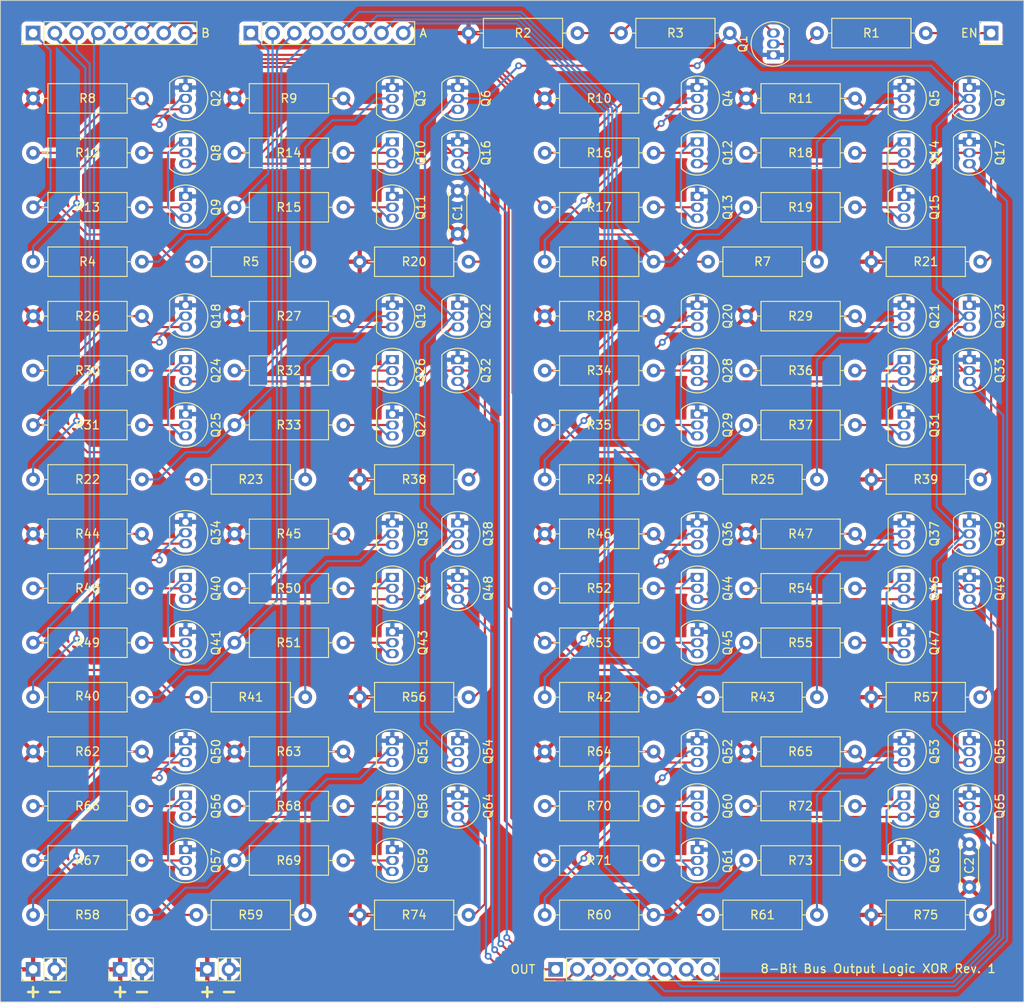
<source format=kicad_pcb>
(kicad_pcb (version 20221018) (generator pcbnew)
  (layers (0 "F.Cu" signal) (31 "B.Cu" signal) (34 "B.Paste" user) (35 "F.Paste" user) (36 "B.SilkS" user "B.Silkscreen") (37 "F.SilkS" user "F.Silkscreen") (38 "B.Mask" user) (39 "F.Mask" user) (44 "Edge.Cuts" user))
  (net 0 "")
  (net 1 "VCC")
  (net 2 "GND")
  (net 3 "Net-(J1-Pin_1)")
  (net 4 "/A1")
  (net 5 "/A2")
  (net 6 "/A3")
  (net 7 "/A4")
  (net 8 "/A5")
  (net 9 "/A6")
  (net 10 "/A7")
  (net 11 "/A8")
  (net 12 "/B1")
  (net 13 "/B2")
  (net 14 "/B3")
  (net 15 "/B4")
  (net 16 "/B5")
  (net 17 "/B6")
  (net 18 "/B7")
  (net 19 "/B8")
  (net 20 "/O1")
  (net 21 "/O2")
  (net 22 "/O3")
  (net 23 "/O4")
  (net 24 "/O5")
  (net 25 "/O6")
  (net 26 "/O7")
  (net 27 "/O8")
  (net 28 "Net-(Q1-B)")
  (net 29 "Net-(Q1-C)")
  (net 30 "Net-(Q2-B)")
  (net 31 "Net-(Q2-C)")
  (net 32 "Net-(Q3-B)")
  (net 33 "Net-(Q3-C)")
  (net 34 "Net-(Q4-B)")
  (net 35 "Net-(Q4-C)")
  (net 36 "Net-(Q5-B)")
  (net 37 "Net-(Q5-C)")
  (net 38 "/EN_INT")
  (net 39 "Net-(Q10-C)")
  (net 40 "Net-(Q12-C)")
  (net 41 "Net-(Q8-E)")
  (net 42 "Net-(Q8-B)")
  (net 43 "Net-(Q9-B)")
  (net 44 "Net-(Q10-E)")
  (net 45 "Net-(Q10-B)")
  (net 46 "Net-(Q11-B)")
  (net 47 "Net-(Q12-E)")
  (net 48 "Net-(Q12-B)")
  (net 49 "Net-(Q13-B)")
  (net 50 "Net-(Q14-E)")
  (net 51 "Net-(Q14-B)")
  (net 52 "Net-(Q15-B)")
  (net 53 "Net-(Q18-B)")
  (net 54 "Net-(Q18-C)")
  (net 55 "Net-(Q19-B)")
  (net 56 "Net-(Q19-C)")
  (net 57 "Net-(Q20-B)")
  (net 58 "Net-(Q20-C)")
  (net 59 "Net-(Q21-B)")
  (net 60 "Net-(Q21-C)")
  (net 61 "Net-(Q22-C)")
  (net 62 "Net-(Q23-C)")
  (net 63 "Net-(Q24-E)")
  (net 64 "Net-(Q24-B)")
  (net 65 "Net-(Q25-B)")
  (net 66 "Net-(Q26-E)")
  (net 67 "Net-(Q26-B)")
  (net 68 "Net-(Q27-B)")
  (net 69 "Net-(Q28-E)")
  (net 70 "Net-(Q28-B)")
  (net 71 "Net-(Q29-B)")
  (net 72 "Net-(Q30-E)")
  (net 73 "Net-(Q30-B)")
  (net 74 "Net-(Q31-B)")
  (net 75 "Net-(Q34-B)")
  (net 76 "Net-(Q34-C)")
  (net 77 "Net-(Q35-B)")
  (net 78 "Net-(Q35-C)")
  (net 79 "Net-(Q36-B)")
  (net 80 "Net-(Q36-C)")
  (net 81 "Net-(Q37-B)")
  (net 82 "Net-(Q37-C)")
  (net 83 "Net-(Q38-C)")
  (net 84 "Net-(Q39-C)")
  (net 85 "Net-(Q40-E)")
  (net 86 "Net-(Q40-B)")
  (net 87 "Net-(Q41-B)")
  (net 88 "Net-(Q42-E)")
  (net 89 "Net-(Q42-B)")
  (net 90 "Net-(Q43-B)")
  (net 91 "Net-(Q44-E)")
  (net 92 "Net-(Q44-B)")
  (net 93 "Net-(Q45-B)")
  (net 94 "Net-(Q46-E)")
  (net 95 "Net-(Q46-B)")
  (net 96 "Net-(Q47-B)")
  (net 97 "Net-(Q50-B)")
  (net 98 "Net-(Q50-C)")
  (net 99 "Net-(Q51-B)")
  (net 100 "Net-(Q51-C)")
  (net 101 "Net-(Q52-B)")
  (net 102 "Net-(Q52-C)")
  (net 103 "Net-(Q53-B)")
  (net 104 "Net-(Q53-C)")
  (net 105 "Net-(Q54-C)")
  (net 106 "Net-(Q55-C)")
  (net 107 "Net-(Q56-E)")
  (net 108 "Net-(Q56-B)")
  (net 109 "Net-(Q57-B)")
  (net 110 "Net-(Q58-E)")
  (net 111 "Net-(Q58-B)")
  (net 112 "Net-(Q59-B)")
  (net 113 "Net-(Q60-E)")
  (net 114 "Net-(Q60-B)")
  (net 115 "Net-(Q61-B)")
  (net 116 "Net-(Q62-E)")
  (net 117 "Net-(Q62-B)")
  (net 118 "Net-(Q63-B)")
  (footprint "Resistor_THT:R_Axial_DIN0309_L9.0mm_D3.2mm_P12.70mm_Horizontal" (layer "F.Cu") (at 97.79 62.23 180)
    (fp_text reference "R5")
    (fp_text value "10K")
  )
  (footprint "Resistor_THT:R_Axial_DIN0309_L9.0mm_D3.2mm_P12.70mm_Horizontal" (layer "F.Cu") (at 78.74 106.68 180)
    (fp_text reference "R49")
    (fp_text value "10K")
  )
  (footprint "Package_TO_SOT_THT:TO-92_Inline" (layer "F.Cu") (at 175.26 124.46 -90)
    (fp_text reference "Q65")
    (fp_text value "2N2222")
  )
  (footprint "Resistor_THT:R_Axial_DIN0309_L9.0mm_D3.2mm_P12.70mm_Horizontal" (layer "F.Cu") (at 78.74 100.33 180)
    (fp_text reference "R48")
    (fp_text value "10K")
  )
  (footprint "Package_TO_SOT_THT:TO-92_Inline" (layer "F.Cu") (at 115.57 67.31 -90)
    (fp_text reference "Q22")
    (fp_text value "2N2222")
  )
  (footprint "Resistor_THT:R_Axial_DIN0309_L9.0mm_D3.2mm_P12.70mm_Horizontal" (layer "F.Cu") (at 78.74 132.08 180)
    (fp_text reference "R67")
    (fp_text value "10K")
  )
  (footprint "Resistor_THT:R_Axial_DIN0309_L9.0mm_D3.2mm_P12.70mm_Horizontal" (layer "F.Cu") (at 149.225 68.58)
    (fp_text reference "R29")
    (fp_text value "1K")
  )
  (footprint "Package_TO_SOT_THT:TO-92_Inline" (layer "F.Cu") (at 175.26 41.91 -90)
    (fp_text reference "Q7")
    (fp_text value "2N2222")
  )
  (footprint "Package_TO_SOT_THT:TO-92_Inline" (layer "F.Cu") (at 167.64 105.41 -90)
    (fp_text reference "Q47")
    (fp_text value "2N2222")
  )
  (footprint "Package_TO_SOT_THT:TO-92_Inline" (layer "F.Cu") (at 107.95 118.11 -90)
    (fp_text reference "Q51")
    (fp_text value "2N2222")
  )
  (footprint "Resistor_THT:R_Axial_DIN0309_L9.0mm_D3.2mm_P12.70mm_Horizontal" (layer "F.Cu") (at 97.79 87.63 180)
    (fp_text reference "R23")
    (fp_text value "10K")
  )
  (footprint "Resistor_THT:R_Axial_DIN0309_L9.0mm_D3.2mm_P12.70mm_Horizontal" (layer "F.Cu") (at 102.235 81.28 180)
    (fp_text reference "R33")
    (fp_text value "10K")
  )
  (footprint "Package_TO_SOT_THT:TO-92_Inline" (layer "F.Cu") (at 107.95 130.81 -90)
    (fp_text reference "Q59")
    (fp_text value "2N2222")
  )
  (footprint "Connector_PinHeader_2.54mm:PinHeader_1x01_P2.54mm_Vertical" (layer "F.Cu") (at 177.8 35.56)
    (fp_text reference "J1" hide)
    (fp_text value "EN")
  )
  (footprint "Connector_PinHeader_2.54mm:PinHeader_1x08_P2.54mm_Vertical" (layer "F.Cu") (at 91.44 35.56 90)
    (fp_text reference "J2" hide)
    (fp_text value "A")
  )
  (footprint "Resistor_THT:R_Axial_DIN0309_L9.0mm_D3.2mm_P12.70mm_Horizontal" (layer "F.Cu") (at 66.04 68.58)
    (fp_text reference "R26")
    (fp_text value "1K")
  )
  (footprint "Package_TO_SOT_THT:TO-92_Inline" (layer "F.Cu") (at 175.26 99.06 -90)
    (fp_text reference "Q49")
    (fp_text value "2N2222")
  )
  (footprint "Resistor_THT:R_Axial_DIN0309_L9.0mm_D3.2mm_P12.70mm_Horizontal" (layer "F.Cu") (at 157.48 35.56)
    (fp_text reference "R1")
    (fp_text value "10K")
  )
  (footprint "Package_TO_SOT_THT:TO-92_Inline" (layer "F.Cu") (at 167.64 130.81 -90)
    (fp_text reference "Q63")
    (fp_text value "2N2222")
  )
  (footprint "Resistor_THT:R_Axial_DIN0309_L9.0mm_D3.2mm_P12.70mm_Horizontal" (layer "F.Cu") (at 89.535 68.58)
    (fp_text reference "R27")
    (fp_text value "1K")
  )
  (footprint "Package_TO_SOT_THT:TO-92_Inline" (layer "F.Cu") (at 83.82 92.583 -90)
    (fp_text reference "Q34")
    (fp_text value "2N2222")
  )
  (footprint "Resistor_THT:R_Axial_DIN0309_L9.0mm_D3.2mm_P12.70mm_Horizontal" (layer "F.Cu") (at 116.84 113.03 180)
    (fp_text reference "R56")
    (fp_text value "1K")
  )
  (footprint "Resistor_THT:R_Axial_DIN0309_L9.0mm_D3.2mm_P12.70mm_Horizontal" (layer "F.Cu") (at 102.235 132.08 180)
    (fp_text reference "R69")
    (fp_text value "10K")
  )
  (footprint "Package_TO_SOT_THT:TO-92_Inline" (layer "F.Cu") (at 175.26 92.71 -90)
    (fp_text reference "Q39")
    (fp_text value "2N2222")
  )
  (footprint "Resistor_THT:R_Axial_DIN0309_L9.0mm_D3.2mm_P12.70mm_Horizontal" (layer "F.Cu") (at 157.48 87.63 180)
    (fp_text reference "R25")
    (fp_text value "10K")
  )
  (footprint "Resistor_THT:R_Axial_DIN0309_L9.0mm_D3.2mm_P12.70mm_Horizontal" (layer "F.Cu") (at 78.74 49.53 180)
    (fp_text reference "R12")
    (fp_text value "10K")
  )
  (footprint "Resistor_THT:R_Axial_DIN0309_L9.0mm_D3.2mm_P12.70mm_Horizontal" (layer "F.Cu") (at 161.925 55.88 180)
    (fp_text reference "R19")
    (fp_text value "10K")
  )
  (footprint "Package_TO_SOT_THT:TO-92_Inline" (layer "F.Cu") (at 107.95 105.41 -90)
    (fp_text reference "Q43")
    (fp_text value "2N2222")
  )
  (footprint "Package_TO_SOT_THT:TO-92_Inline" (layer "F.Cu") (at 83.82 130.81 -90)
    (fp_text reference "Q57")
    (fp_text value "2N2222")
  )
  (footprint "Resistor_THT:R_Axial_DIN0309_L9.0mm_D3.2mm_P12.70mm_Horizontal" (layer "F.Cu") (at 176.53 138.43 180)
    (fp_text reference "R75")
    (fp_text value "1K")
  )
  (footprint "Resistor_THT:R_Axial_DIN0309_L9.0mm_D3.2mm_P12.70mm_Horizontal" (layer "F.Cu") (at 161.925 49.53 180)
    (fp_text reference "R18")
    (fp_text value "10K")
  )
  (footprint "Resistor_THT:R_Axial_DIN0309_L9.0mm_D3.2mm_P12.70mm_Horizontal" (layer "F.Cu") (at 116.84 138.43 180)
    (fp_text reference "R74")
    (fp_text value "1K")
  )
  (footprint "Resistor_THT:R_Axial_DIN0309_L9.0mm_D3.2mm_P12.70mm_Horizontal" (layer "F.Cu") (at 89.535 119.38)
    (fp_text reference "R63")
    (fp_text value "1K")
  )
  (footprint "Package_TO_SOT_THT:TO-92_Inline" (layer "F.Cu") (at 167.64 118.11 -90)
    (fp_text reference "Q53")
    (fp_text value "2N2222")
  )
  (footprint "Package_TO_SOT_THT:TO-92_Inline" (layer "F.Cu") (at 83.82 99.06 -90)
    (fp_text reference "Q40")
    (fp_text value "2N2222")
  )
  (footprint "Package_TO_SOT_THT:TO-92_Inline" (layer "F.Cu") (at 107.95 54.61 -90)
    (fp_text reference "Q11")
    (fp_text value "2N2222")
  )
  (footprint "Resistor_THT:R_Axial_DIN0309_L9.0mm_D3.2mm_P12.70mm_Horizontal" (layer "F.Cu") (at 66.04 62.23)
    (fp_text reference "R4")
    (fp_text value "10K")
  )
  (footprint "Package_TO_SOT_THT:TO-92_Inline" (layer "F.Cu") (at 143.51 41.91 -90)
    (fp_text reference "Q4")
    (fp_text value "2N2222")
  )
  (footprint "Connector_PinHeader_2.54mm:PinHeader_1x08_P2.54mm_Vertical" (layer "F.Cu") (at 66.04 35.56 90)
    (fp_text reference "J3" hide)
    (fp_text value "B")
  )
  (footprint "Resistor_THT:R_Axial_DIN0309_L9.0mm_D3.2mm_P12.70mm_Horizontal" (layer "F.Cu") (at 129.54 35.56 180)
    (fp_text reference "R2")
    (fp_text value "1K")
  )
  (footprint "Package_TO_SOT_THT:TO-92_Inline" (layer "F.Cu") (at 167.64 41.91 -90)
    (fp_text reference "Q5")
    (fp_text value "2N2222")
  )
  (footprint "Resistor_THT:R_Axial_DIN0309_L9.0mm_D3.2mm_P12.70mm_Horizontal" (layer "F.Cu") (at 125.73 68.58)
    (fp_text reference "R28")
    (fp_text value "1K")
  )
  (footprint "Package_TO_SOT_THT:TO-92_Inline" (layer "F.Cu") (at 143.51 124.46 -90)
    (fp_text reference "Q60")
    (fp_text value "2N2222")
  )
  (footprint "Package_TO_SOT_THT:TO-92_Inline" (layer "F.Cu") (at 107.95 99.06 -90)
    (fp_text reference "Q42")
    (fp_text value "2N2222")
  )
  (footprint "Resistor_THT:R_Axial_DIN0309_L9.0mm_D3.2mm_P12.70mm_Horizontal" (layer "F.Cu") (at 157.48 138.43 180)
    (fp_text reference "R61")
    (fp_text value "10K")
  )
  (footprint "Resistor_THT:R_Axial_DIN0309_L9.0mm_D3.2mm_P12.70mm_Horizontal" (layer "F.Cu") (at 66.04 113.03)
    (fp_text reference "R40")
    (fp_text value "10K")
  )
  (footprint "Resistor_THT:R_Axial_DIN0309_L9.0mm_D3.2mm_P12.70mm_Horizontal" (layer "F.Cu") (at 125.73 119.38)
    (fp_text reference "R64")
    (fp_text value "1K")
  )
  (footprint "Resistor_THT:R_Axial_DIN0309_L9.0mm_D3.2mm_P12.70mm_Horizontal" (layer "F.Cu") (at 89.535 93.98)
    (fp_text reference "R45")
    (fp_text value "1K")
  )
  (footprint "Resistor_THT:R_Axial_DIN0309_L9.0mm_D3.2mm_P12.70mm_Horizontal" (layer "F.Cu") (at 138.43 81.28 180)
    (fp_text reference "R35")
    (fp_text value "10K")
  )
  (footprint "Resistor_THT:R_Axial_DIN0309_L9.0mm_D3.2mm_P12.70mm_Horizontal" (layer "F.Cu") (at 78.74 125.73 180)
    (fp_text reference "R66")
    (fp_text value "10K")
  )
  (footprint "Package_TO_SOT_THT:TO-92_Inline" (layer "F.Cu") (at 83.82 54.61 -90)
    (fp_text reference "Q9")
    (fp_text value "2N2222")
  )
  (footprint "Resistor_THT:R_Axial_DIN0309_L9.0mm_D3.2mm_P12.70mm_Horizontal" (layer "F.Cu") (at 161.925 132.08 180)
    (fp_text reference "R73")
    (fp_text value "10K")
  )
  (footprint "Package_TO_SOT_THT:TO-92_Inline" (layer "F.Cu") (at 167.64 92.71 -90)
    (fp_text reference "Q37")
    (fp_text value "2N2222")
  )
  (footprint "Resistor_THT:R_Axial_DIN0309_L9.0mm_D3.2mm_P12.70mm_Horizontal" (layer "F.Cu") (at 157.48 62.23 180)
    (fp_text reference "R7")
    (fp_text value "10K")
  )
  (footprint "Resistor_THT:R_Axial_DIN0309_L9.0mm_D3.2mm_P12.70mm_Horizontal" (layer "F.Cu") (at 125.73 62.23)
    (fp_text reference "R6")
    (fp_text value "10K")
  )
  (footprint "Package_TO_SOT_THT:TO-92_Inline" (layer "F.Cu") (at 83.82 48.26 -90)
    (fp_text reference "Q8")
    (fp_text value "2N2222")
  )
  (footprint "Package_TO_SOT_THT:TO-92_Inline" (layer "F.Cu") (at 167.64 99.06 -90)
    (fp_text reference "Q46")
    (fp_text value "2N2222")
  )
  (footprint "Resistor_THT:R_Axial_DIN0309_L9.0mm_D3.2mm_P12.70mm_Horizontal" (layer "F.Cu") (at 102.235 49.53 180)
    (fp_text reference "R14")
    (fp_text value "10K")
  )
  (footprint "Package_TO_SOT_THT:TO-92_Inline" (layer "F.Cu") (at 115.57 48.26 -90)
    (fp_text reference "Q16")
    (fp_text value "2N2222")
  )
  (footprint "Package_TO_SOT_THT:TO-92_Inline" (layer "F.Cu") (at 175.26 73.66 -90)
    (fp_text reference "Q33")
    (fp_text value "2N2222")
  )
  (footprint "Package_TO_SOT_THT:TO-92_Inline" (layer "F.Cu") (at 143.51 48.26 -90)
    (fp_text reference "Q12")
    (fp_text value "2N2222")
  )
  (footprint "Package_TO_SOT_THT:TO-92_Inline" (layer "F.Cu") (at 175.26 67.31 -90)
    (fp_text reference "Q23")
    (fp_text value "2N2222")
  )
  (footprint "Package_TO_SOT_THT:TO-92_Inline" (layer "F.Cu") (at 143.51 92.71 -90)
    (fp_text reference "Q36")
    (fp_text value "2N2222")
  )
  (footprint "Connector_PinHeader_2.54mm:PinHeader_1x08_P2.54mm_Vertical" (layer "F.Cu") (at 127 144.78 90)
    (fp_text reference "J4" hide)
    (fp_text value "OUT")
  )
  (footprint "Resistor_THT:R_Axial_DIN0309_L9.0mm_D3.2mm_P12.70mm_Horizontal" (layer "F.Cu") (at 66.04 138.43)
    (fp_text reference "R58")
    (fp_text value "10K")
  )
  (footprint "Package_TO_SOT_THT:TO-92_Inline" (layer "F.Cu") (at 175.26 48.26 -90)
    (fp_text reference "Q17")
    (fp_text value "2N2222")
  )
  (footprint "Package_TO_SOT_THT:TO-92_Inline" (layer "F.Cu") (at 107.95 92.71 -90)
    (fp_text reference "Q35")
    (fp_text value "2N2222")
  )
  (footprint "Connector_PinHeader_2.54mm:PinHeader_1x02_P2.54mm_Vertical" (layer "F.Cu") (at 66.04 144.78 90)
    (fp_text reference "J5" hide)
    (fp_text value "POWER")
  )
  (footprint "Resistor_THT:R_Axial_DIN0309_L9.0mm_D3.2mm_P12.70mm_Horizontal" (layer "F.Cu") (at 125.73 113.03)
    (fp_text reference "R42")
    (fp_text value "10K")
  )
  (footprint "Package_TO_SOT_THT:TO-92_Inline" (layer "F.Cu") (at 167.64 73.66 -90)
    (fp_text reference "Q30")
    (fp_text value "2N2222")
  )
  (footprint "Package_TO_SOT_THT:TO-92_Inline" (layer "F.Cu") (at 115.57 124.46 -90)
    (fp_text reference "Q64")
    (fp_text value "2N2222")
  )
  (footprint "Package_TO_SOT_THT:TO-92_Inline" (layer "F.Cu") (at 143.51 118.11 -90)
    (fp_text reference "Q52")
    (fp_text value "2N2222")
  )
  (footprint "Package_TO_SOT_THT:TO-92_Inline" (layer "F.Cu") (at 115.57 99.06 -90)
    (fp_text reference "Q48")
    (fp_text value "2N2222")
  )
  (footprint "Package_TO_SOT_THT:TO-92_Inline" (layer "F.Cu") (at 143.51 54.61 -90)
    (fp_text reference "Q13")
    (fp_text value "2N2222")
  )
  (footprint "Resistor_THT:R_Axial_DIN0309_L9.0mm_D3.2mm_P12.70mm_Horizontal" (layer "F.Cu") (at 138.43 49.53 180)
    (fp_text reference "R16")
    (fp_text value "10K")
  )
  (footprint "Resistor_THT:R_Axial_DIN0309_L9.0mm_D3.2mm_P12.70mm_Horizontal" (layer "F.Cu") (at 161.925 100.33 180)
    (fp_text reference "R54")
    (fp_text value "10K")
  )
  (footprint "Capacitor_THT:C_Disc_D4.3mm_W1.9mm_P5.00mm" (layer "F.Cu") (at 175.26 135.175 90)
    (fp_text reference "C2")
    (fp_text value "0.1uF")
  )
  (footprint "Package_TO_SOT_THT:TO-92_Inline" (layer "F.Cu") (at 167.64 67.31 -90)
    (fp_text reference "Q21")
    (fp_text value "2N2222")
  )
  (footprint "Resistor_THT:R_Axial_DIN0309_L9.0mm_D3.2mm_P12.70mm_Horizontal" (layer "F.Cu") (at 149.225 119.38)
    (fp_text reference "R65")
    (fp_text value "1K")
  )
  (footprint "Resistor_THT:R_Axial_DIN0309_L9.0mm_D3.2mm_P12.70mm_Horizontal" (layer "F.Cu") (at 102.235 125.73 180)
    (fp_text reference "R68")
    (fp_text value "10K")
  )
  (footprint "Package_TO_SOT_THT:TO-92_Inline" (layer "F.Cu") (at 107.95 73.66 -90)
    (fp_text reference "Q26")
    (fp_text value "2N2222")
  )
  (footprint "Resistor_THT:R_Axial_DIN0309_L9.0mm_D3.2mm_P12.70mm_Horizontal" (layer "F.Cu") (at 138.43 74.93 180)
    (fp_text reference "R34")
    (fp_text value "10K")
  )
  (footprint "Resistor_THT:R_Axial_DIN0309_L9.0mm_D3.2mm_P12.70mm_Horizontal" (layer "F.Cu") (at 102.235 74.93 180)
    (fp_text reference "R32")
    (fp_text value "10K")
  )
  (footprint "Resistor_THT:R_Axial_DIN0309_L9.0mm_D3.2mm_P12.70mm_Horizontal" (layer "F.Cu") (at 78.74 81.28 180)
    (fp_text reference "R31")
    (fp_text value "10K")
  )
  (footprint "Capacitor_THT:C_Disc_D4.3mm_W1.9mm_P5.00mm" (layer "F.Cu") (at 115.57 58.975 90)
    (fp_text reference "C1")
    (fp_text value "0.1uF")
  )
  (footprint "Package_TO_SOT_THT:TO-92_Inline" (layer "F.Cu") (at 152.4 38.1 90)
    (fp_text reference "Q1")
    (fp_text value "2N2222")
  )
  (footprint "Package_TO_SOT_THT:TO-92_Inline" (layer "F.Cu") (at 83.82 67.31 -90)
    (fp_text reference "Q18")
    (fp_text value "2N2222")
  )
  (footprint "Resistor_THT:R_Axial_DIN0309_L9.0mm_D3.2mm_P12.70mm_Horizontal" (layer "F.Cu") (at 125.73 138.43)
    (fp_text reference "R60")
    (fp_text value "10K")
  )
  (footprint "Resistor_THT:R_Axial_DIN0309_L9.0mm_D3.2mm_P12.70mm_Horizontal" (layer "F.Cu") (at 116.84 62.23 180)
    (fp_text reference "R20")
    (fp_text value "1K")
  )
  (footprint "Resistor_THT:R_Axial_DIN0309_L9.0mm_D3.2mm_P12.70mm_Horizontal" (layer "F.Cu") (at 66.04 43.18)
    (fp_text reference "R8")
    (fp_text value "1K")
  )
  (footprint "Package_TO_SOT_THT:TO-92_Inline" (layer "F.Cu") (at 167.64 48.26 -90)
    (fp_text reference "Q14")
    (fp_text value "2N2222")
  )
  (footprint "Resistor_THT:R_Axial_DIN0309_L9.0mm_D3.2mm_P12.70mm_Horizontal" (layer "F.Cu") (at 66.04 93.98)
    (fp_text reference "R44")
    (fp_text value "1K")
  )
  (footprint "Resistor_THT:R_Axial_DIN0309_L9.0mm_D3.2mm_P12.70mm_Horizontal" (layer "F.Cu") (at 78.74 74.93 180)
    (fp_text reference "R30")
    (fp_text value "10K")
  )
  (footprint "Package_TO_SOT_THT:TO-92_Inline" (layer "F.Cu") (at 143.51 105.41 -90)
    (fp_text reference "Q45")
    (fp_text value "2N2222")
  )
  (footprint "Package_TO_SOT_THT:TO-92_Inline" (layer "F.Cu") (at 107.95 124.46 -90)
    (fp_text reference "Q58")
    (fp_text value "2N2222")
  )
  (footprint "Resistor_THT:R_Axial_DIN0309_L9.0mm_D3.2mm_P12.70mm_Horizontal" (layer "F.Cu") (at 176.53 87.63 180)
    (fp_text reference "R39")
    (fp_text value "1K")
  )
  (footprint "Package_TO_SOT_THT:TO-92_Inline" (layer "F.Cu") (at 143.51 73.66 -90)
    (fp_text reference "Q28")
    (fp_text value "2N2222")
  )
  (footprint "Resistor_THT:R_Axial_DIN0309_L9.0mm_D3.2mm_P12.70mm_Horizontal" (layer "F.Cu") (at 125.73 87.63)
    (fp_text reference "R24")
    (fp_text value "10K")
  )
  (footprint "Package_TO_SOT_THT:TO-92_Inline" (layer "F.Cu") (at 83.82 80.01 -90)
    (fp_text reference "Q25")
    (fp_text value "2N2222")
  )
  (footprint "Resistor_THT:R_Axial_DIN0309_L9.0mm_D3.2mm_P12.70mm_Horizontal" (layer "F.Cu") (at 89.535 43.18)
    (fp_text reference "R9")
    (fp_text value "1K")
  )
  (footprint "Package_TO_SOT_THT:TO-92_Inline" (layer "F.Cu") (at 83.82 105.41 -90)
    (fp_text reference "Q41")
    (fp_text value "2N2222")
  )
  (footprint "Resistor_THT:R_Axial_DIN0309_L9.0mm_D3.2mm_P12.70mm_Horizontal" (layer "F.Cu") (at 161.925 125.73 180)
    (fp_text reference "R72")
    (fp_text value "10K")
  )
  (footprint "Resistor_THT:R_Axial_DIN0309_L9.0mm_D3.2mm_P12.70mm_Horizontal" (layer "F.Cu") (at 138.43 100.33 180)
    (fp_text reference "R52")
    (fp_text value "10K")
  )
  (footprint "Resistor_THT:R_Axial_DIN0309_L9.0mm_D3.2mm_P12.70mm_Horizontal" (layer "F.Cu") (at 149.225 93.98)
    (fp_text reference "R47")
    (fp_text value "1K")
  )
  (footprint "Resistor_THT:R_Axial_DIN0309_L9.0mm_D3.2mm_P12.70mm_Horizontal" (layer "F.Cu") (at 138.43 55.88 180)
    (fp_text reference "R17")
    (fp_text value "10K")
  )
  (footprint "Resistor_THT:R_Axial_DIN0309_L9.0mm_D3.2mm_P12.70mm_Horizontal" (layer "F.Cu") (at 138.43 106.68 180)
    (fp_text reference "R53")
    (fp_text value "10K")
  )
  (footprint "Package_TO_SOT_THT:TO-92_Inline" (layer "F.Cu") (at 83.82 118.11 -90)
    (fp_text reference "Q50")
    (fp_text value "2N2222")
  )
  (footprint "Resistor_THT:R_Axial_DIN0309_L9.0mm_D3.2mm_P12.70mm_Horizontal" (layer "F.Cu") (at 149.225 43.18)
    (fp_text reference "R11")
    (fp_text value "1K")
  )
  (footprint "Package_TO_SOT_THT:TO-92_Inline" (layer "F.Cu") (at 115.57 73.66 -90)
    (fp_text reference "Q32")
    (fp_text value "2N2222")
  )
  (footprint "Resistor_THT:R_Axial_DIN0309_L9.0mm_D3.2mm_P12.70mm_Horizontal" (layer "F.Cu") (at 97.79 138.43 180)
    (fp_text reference "R59")
    (fp_text value "10K")
  )
  (footprint "Resistor_THT:R_Axial_DIN0309_L9.0mm_D3.2mm_P12.70mm_Horizontal" (layer "F.Cu") (at 102.235 100.33 180)
    (fp_text reference "R50")
    (fp_text value "10K")
  )
  (footprint "Resistor_THT:R_Axial_DIN0309_L9.0mm_D3.2mm_P12.70mm_Horizontal" (layer "F.Cu") (at 138.43 132.08 180)
    (fp_text reference "R71")
    (fp_text value "10K")
  )
  (footprint "Package_TO_SOT_THT:TO-92_Inline" (layer "F.Cu") (at 175.26 118.11 -90)
    (fp_text reference "Q55")
    (fp_text value "2N2222")
  )
  (footprint "Package_TO_SOT_THT:TO-92_Inline" (layer "F.Cu") (at 167.64 54.61 -90)
    (fp_text reference "Q15")
    (fp_text value "2N2222")
  )
  (footprint "Package_TO_SOT_THT:TO-92_Inline" (layer "F.Cu") (at 143.51 80.01 -90)
    (fp_text reference "Q29")
    (fp_text value "2N2222")
  )
  (footprint "Resistor_THT:R_Axial_DIN0309_L9.0mm_D3.2mm_P12.70mm_Horizontal" (layer "F.Cu") (at 138.43 125.73 180)
    (fp_text reference "R70")
    (fp_text value "10K")
  )
  (footprint "Package_TO_SOT_THT:TO-92_Inline" (layer "F.Cu") (at 107.95 41.91 -90)
    (fp_text reference "Q3")
    (fp_text value "2N2222")
  )
  (footprint "Package_TO_SOT_THT:TO-92_Inline" (layer "F.Cu") (at 115.57 118.11 -90)
    (fp_text reference "Q54")
    (fp_text value "2N2222")
  )
  (footprint "Resistor_THT:R_Axial_DIN0309_L9.0mm_D3.2mm_P12.70mm_Horizontal" (layer "F.Cu") (at 147.32 35.56 180)
    (fp_text reference "R3")
    (fp_text value "100")
  )
  (footprint "Connector_PinHeader_2.54mm:PinHeader_1x02_P2.54mm_Vertical" (layer "F.Cu") (at 76.2 144.78 90)
    (fp_text reference "J6" hide)
    (fp_text value "POWER")
  )
  (footprint "Resistor_THT:R_Axial_DIN0309_L9.0mm_D3.2mm_P12.70mm_Horizontal" (layer "F.Cu") (at 66.04 119.38)
    (fp_text reference "R62")
    (fp_text value "1K")
  )
  (footprint "Package_TO_SOT_THT:TO-92_Inline" (layer "F.Cu") (at 143.51 67.31 -90)
    (fp_text reference "Q20")
    (fp_text value "2N2222")
  )
  (footprint "Connector_PinHeader_2.54mm:PinHeader_1x02_P2.54mm_Vertical" (layer "F.Cu") (at 86.36 144.78 90)
    (fp_text reference "J7" hide)
    (fp_text value "POWER")
  )
  (footprint "Resistor_THT:R_Axial_DIN0309_L9.0mm_D3.2mm_P12.70mm_Horizontal" (layer "F.Cu") (at 125.73 93.98)
    (fp_text reference "R46")
    (fp_text value "1K")
  )
  (footprint "Resistor_THT:R_Axial_DIN0309_L9.0mm_D3.2mm_P12.70mm_Horizontal" (layer "F.Cu") (at 97.79 113.03 180)
    (fp_text reference "R41")
    (fp_text value "10K")
  )
  (footprint "Resistor_THT:R_Axial_DIN0309_L9.0mm_D3.2mm_P12.70mm_Horizontal" (layer "F.Cu") (at 157.48 113.03 180)
    (fp_text reference "R43")
    (fp_text value "10K")
  )
  (footprint "Package_TO_SOT_THT:TO-92_Inline" (layer "F.Cu") (at 83.82 124.46 -90)
    (fp_text reference "Q56")
    (fp_text value "2N2222")
  )
  (footprint "Resistor_THT:R_Axial_DIN0309_L9.0mm_D3.2mm_P12.70mm_Horizontal" (layer "F.Cu") (at 161.925 81.28 180)
    (fp_text reference "R37")
    (fp_text value "10K")
  )
  (footprint "Resistor_THT:R_Axial_DIN0309_L9.0mm_D3.2mm_P12.70mm_Horizontal" (layer "F.Cu") (at 102.235 55.88 180)
    (fp_text reference "R15")
    (fp_text value "10K")
  )
  (footprint "Package_TO_SOT_THT:TO-92_Inline" (layer "F.Cu") (at 83.82 73.66 -90)
    (fp_text reference "Q24")
    (fp_text value "2N2222")
  )
  (footprint "Package_TO_SOT_THT:TO-92_Inline" (layer "F.Cu") (at 167.64 124.46 -90)
    (fp_text reference "Q62")
    (fp_text value "2N2222")
  )
  (footprint "Package_TO_SOT_THT:TO-92_Inline" (layer "F.Cu") (at 107.95 67.31 -90)
    (fp_text reference "Q19")
    (fp_text value "2N2222")
  )
  (footprint "Resistor_THT:R_Axial_DIN0309_L9.0mm_D3.2mm_P12.70mm_Horizontal" (layer "F.Cu") (at 161.925 74.93 180)
    (fp_text reference "R36")
    (fp_text value "10K")
  )
  (footprint "Resistor_THT:R_Axial_DIN0309_L9.0mm_D3.2mm_P12.70mm_Horizontal" (layer "F.Cu") (at 78.74 55.88 180)
    (fp_text reference "R13")
    (fp_text value "10K")
  )
  (footprint "Resistor_THT:R_Axial_DIN0309_L9.0mm_D3.2mm_P12.70mm_Horizontal" (layer "F.Cu") (at 102.235 106.68 180)
    (fp_text reference "R51")
    (fp_text value "10K")
  )
  (footprint "Package_TO_SOT_THT:TO-92_Inline" (layer "F.Cu") (at 107.95 48.26 -90)
    (fp_text reference "Q10")
    (fp_text value "2N2222")
  )
  (footprint "Resistor_THT:R_Axial_DIN0309_L9.0mm_D3.2mm_P12.70mm_Horizontal" (layer "F.Cu") (at 176.53 62.23 180)
    (fp_text reference "R21")
    (fp_text value "1K")
  )
  (footprint "Package_TO_SOT_THT:TO-92_Inline" (layer "F.Cu") (at 143.51 130.81 -90)
    (fp_text reference "Q61")
    (fp_text value "2N2222")
  )
  (footprint "Resistor_THT:R_Axial_DIN0309_L9.0mm_D3.2mm_P12.70mm_Horizontal" (layer "F.Cu") (at 125.73 43.18)
    (fp_text reference "R10")
    (fp_text value "1K")
  )
  (footprint "Package_TO_SOT_THT:TO-92_Inline" (layer "F.Cu") (at 115.57 41.91 -90)
    (fp_text reference "Q6")
    (fp_text value "2N2222")
  )
  (footprint "Package_TO_SOT_THT:TO-92_Inline" (layer "F.Cu") (at 167.64 80.01 -90)
    (fp_text reference "Q31")
    (fp_text value "2N2222")
  )
  (footprint "Package_TO_SOT_THT:TO-92_Inline" (layer "F.Cu") (at 115.57 92.71 -90)
    (fp_text reference "Q38")
    (fp_text value "2N2222")
  )
  (footprint "Package_TO_SOT_THT:TO-92_Inline" (layer "F.Cu") (at 143.51 99.06 -90)
    (fp_text reference "Q44")
    (fp_text value "2N2222")
  )
  (footprint "Resistor_THT:R_Axial_DIN0309_L9.0mm_D3.2mm_P12.70mm_Horizontal" (layer "F.Cu") (at 161.925 106.68 180)
    (fp_text reference "R55")
    (fp_text value "10K")
  )
  (footprint "Resistor_THT:R_Axial_DIN0309_L9.0mm_D3.2mm_P12.70mm_Horizontal" (layer "F.Cu") (at 176.53 113.03 180)
    (fp_text reference "R57")
    (fp_text value "1K")
  )
  (footprint "Package_TO_SOT_THT:TO-92_Inline" (layer "F.Cu") (at 107.95 80.01 -90)
    (fp_text reference "Q27")
    (fp_text value "2N2222")
  )
  (footprint "Package_TO_SOT_THT:TO-92_Inline" (layer "F.Cu") (at 83.82 41.91 -90)
    (fp_text reference "Q2")
    (fp_text value "2N2222")
  )
  (footprint "Resistor_THT:R_Axial_DIN0309_L9.0mm_D3.2mm_P12.70mm_Horizontal" (layer "F.Cu") (at 66.04 87.63)
    (fp_text reference "R22")
    (fp_text value "10K")
  )
  (footprint "Resistor_THT:R_Axial_DIN0309_L9.0mm_D3.2mm_P12.70mm_Horizontal" (layer "F.Cu") (at 116.84 87.63 180)
    (fp_text reference "R38")
    (fp_text value "1K")
  )
  (gr_line (start 181.61 31.75) (end 181.61 148.59) (stroke (width 0.1)) (layer "Edge.Cuts"))
  (gr_line (start 62.23 31.75) (end 181.61 31.75) (stroke (width 0.1)) (layer "Edge.Cuts"))
  (gr_line (start 62.23 148.59) (end 62.23 31.75) (stroke (width 0.1)) (layer "Edge.Cuts"))
  (gr_line (start 181.61 148.59) (end 62.23 148.59) (stroke (width 0.1)) (layer "Edge.Cuts"))
  (gr_text "+" (at 76.2 147.32) (layer "F.SilkS") (effects (font (size 1.5 1.5) (thickness 0.3) bold)))
  (gr_text "-" (at 88.9 147.32) (layer "F.SilkS") (effects (font (size 1.5 1.5) (thickness 0.3) bold)))
  (gr_text "+" (at 86.36 147.32) (layer "F.SilkS") (effects (font (size 1.5 1.5) (thickness 0.3) bold)))
  (gr_text "-" (at 68.58 147.32) (layer "F.SilkS") (effects (font (size 1.5 1.5) (thickness 0.3) bold)))
  (gr_text "-" (at 78.74 147.32) (layer "F.SilkS") (effects (font (size 1.5 1.5) (thickness 0.3) bold)))
  (gr_text "+" (at 66.04 147.32) (layer "F.SilkS") (effects (font (size 1.5 1.5) (thickness 0.3) bold)))
  (gr_text "8-Bit Bus Output Logic XOR Rev. 1" (at 178.435 145.288) (layer "F.SilkS") (effects (font (size 1 1)) (justify right bottom)))
  (segment (start 177.8 35.56) (end 170.18 35.56) (width 0.25) (layer "F.Cu") (net 3))
  (segment (start 91.44 35.56) (end 93.472 37.592) (width 0.25) (layer "B.Cu") (net 4))
  (segment (start 93.472 51.943) (end 89.535 55.88) (width 0.25) (layer "B.Cu") (net 4))
  (segment (start 78.74 62.23) (end 80.645 62.23) (width 0.25) (layer "B.Cu") (net 4))
  (segment (start 80.645 62.23) (end 83.82 59.055) (width 0.25) (layer "B.Cu") (net 4))
  (segment (start 86.36 59.055) (end 89.535 55.88) (width 0.25) (layer "B.Cu") (net 4))
  (segment (start 93.472 37.592) (end 93.472 51.943) (width 0.25) (layer "B.Cu") (net 4))
  (segment (start 83.82 59.055) (end 86.36 59.055) (width 0.25) (layer "B.Cu") (net 4))
  (segment (start 86.36 84.455) (end 89.535 81.28) (width 0.25) (layer "B.Cu") (net 5))
  (segment (start 80.645 87.63) (end 83.82 84.455) (width 0.25) (layer "B.Cu") (net 5))
  (segment (start 93.98 76.835) (end 89.535 81.28) (width 0.25) (layer "B.Cu") (net 5))
  (segment (start 78.74 87.63) (end 80.645 87.63) (width 0.25) (layer "B.Cu") (net 5))
  (segment (start 83.82 84.455) (end 86.36 84.455) (width 0.25) (layer "B.Cu") (net 5))
  (segment (start 93.98 35.56) (end 93.98 76.835) (width 0.25) (layer "B.Cu") (net 5))
  (segment (start 94.488 101.727) (end 89.535 106.68) (width 0.25) (layer "B.Cu") (net 6))
  (segment (start 80.645 113.03) (end 83.82 109.855) (width 0.25) (layer "B.Cu") (net 6))
  (segment (start 96.52 35.56) (end 94.488 37.592) (width 0.25) (layer "B.Cu") (net 6))
  (segment (start 86.36 109.855) (end 89.535 106.68) (width 0.25) (layer "B.Cu") (net 6))
  (segment (start 78.74 113.03) (end 80.645 113.03) (width 0.25) (layer "B.Cu") (net 6))
  (segment (start 94.488 37.592) (end 94.488 101.727) (width 0.25) (layer "B.Cu") (net 6))
  (segment (start 83.82 109.855) (end 86.36 109.855) (width 0.25) (layer "B.Cu") (net 6))
  (segment (start 78.74 138.43) (end 80.645 138.43) (width 0.25) (layer "B.Cu") (net 7))
  (segment (start 94.996 126.619) (end 89.535 132.08) (width 0.25) (layer "B.Cu") (net 7))
  (segment (start 86.36 135.255) (end 89.535 132.08) (width 0.25) (layer "B.Cu") (net 7))
  (segment (start 80.645 138.43) (end 83.82 135.255) (width 0.25) (layer "B.Cu") (net 7))
  (segment (start 83.82 135.255) (end 86.36 135.255) (width 0.25) (layer "B.Cu") (net 7))
  (segment (start 99.06 35.56) (end 94.996 39.624) (width 0.25) (layer "B.Cu") (net 7))
  (segment (start 94.996 39.624) (end 94.996 126.619) (width 0.25) (layer "B.Cu") (net 7))
  (segment (start 146.05 59.055) (end 149.225 55.88) (width 0.25) (layer "B.Cu") (net 8))
  (segment (start 123.001 33.085) (end 134.112 44.196) (width 0.25) (layer "B.Cu") (net 8))
  (segment (start 140.335 62.23) (end 143.51 59.055) (width 0.25) (layer "B.Cu") (net 8))
  (segment (start 101.6 35.56) (end 104.075 33.085) (width 0.25) (layer "B.Cu") (net 8))
  (segment (start 143.51 59.055) (end 146.05 59.055) (width 0.25) (layer "B.Cu") (net 8))
  (segment (start 134.112 44.196) (end 134.112 57.912) (width 0.25) (layer "B.Cu") (net 8))
  (segment (start 104.075 33.085) (end 123.001 33.085) (width 0.25) (layer "B.Cu") (net 8))
  (segment (start 138.43 62.23) (end 140.335 62.23) (width 0.25) (layer "B.Cu") (net 8))
  (segment (start 134.112 57.912) (end 138.43 62.23) (width 0.25) (layer "B.Cu") (net 8))
  (segment (start 122.814604 33.535) (end 133.604 44.324396) (width 0.25) (layer "B.Cu") (net 9))
  (segment (start 133.604 44.324396) (end 133.604 82.804) (width 0.25) (layer "B.Cu") (net 9))
  (segment (start 140.335 87.63) (end 143.51 84.455) (width 0.25) (layer "B.Cu") (net 9))
  (segment (start 133.604 82.804) (end 138.43 87.63) (width 0.25) (layer "B.Cu") (net 9))
  (segment (start 106.165 33.535) (end 122.814604 33.535) (width 0.25) (layer "B.Cu") (net 9))
  (segment (start 138.43 87.63) (end 140.335 87.63) (width 0.25) (layer "B.Cu") (net 9))
  (segment (start 143.51 84.455) (end 146.05 84.455) (width 0.25) (layer "B.Cu") (net 9))
  (segment (start 104.14 35.56) (end 106.165 33.535) (width 0.25) (layer "B.Cu") (net 9))
  (segment (start 146.05 84.455) (end 149.225 81.28) (width 0.25) (layer "B.Cu") (net 9))
  (segment (start 133.154 44.510792) (end 133.154 107.754) (width 0.25) (layer "B.Cu") (net 10))
  (segment (start 138.43 113.03) (end 140.335 113.03) (width 0.25) (layer "B.Cu") (net 10))
  (segment (start 122.628208 33.985) (end 133.154 44.510792) (width 0.25) (layer "B.Cu") (net 10))
  (segment (start 108.255 33.985) (end 122.628208 33.985) (width 0.25) (layer "B.Cu") (net 10))
  (segment (start 133.154 107.754) (end 138.43 113.03) (width 0.25) (layer "B.Cu") (net 10))
  (segment (start 106.68 35.56) (end 108.255 33.985) (width 0.25) (layer "B.Cu") (net 10))
  (segment (start 146.05 109.855) (end 149.225 106.68) (width 0.25) (layer "B.Cu") (net 10))
  (segment (start 143.51 109.855) (end 146.05 109.855) (width 0.25) (layer "B.Cu") (net 10))
  (segment (start 140.335 113.03) (end 143.51 109.855) (width 0.25) (layer "B.Cu") (net 10))
  (segment (start 146.05 135.255) (end 149.225 132.08) (width 0.25) (layer "B.Cu") (net 11))
  (segment (start 140.335 138.43) (end 143.51 135.255) (width 0.25) (layer "B.Cu") (net 11))
  (segment (start 110.345 34.435) (end 122.441812 34.435) (width 0.25) (layer "B.Cu") (net 11))
  (segment (start 109.22 35.56) (end 110.345 34.435) (width 0.25) (layer "B.Cu") (net 11))
  (segment (start 122.441812 34.435) (end 132.704 44.697188) (width 0.25) (layer "B.Cu") (net 11))
  (segment (start 132.704 44.697188) (end 132.704 132.704) (width 0.25) (layer "B.Cu") (net 11))
  (segment (start 132.704 132.704) (end 138.43 138.43) (width 0.25) (layer "B.Cu") (net 11))
  (segment (start 143.51 135.255) (end 146.05 135.255) (width 0.25) (layer "B.Cu") (net 11))
  (segment (start 138.43 138.43) (end 140.335 138.43) (width 0.25) (layer "B.Cu") (net 11))
  (segment (start 82.55 62.23) (end 85.09 62.23) (width 0.25) (layer "F.Cu") (net 12))
  (segment (start 66.04 55.88) (end 69.215 55.88) (width 0.25) (layer "F.Cu") (net 12))
  (segment (start 79.375 59.055) (end 82.55 62.23) (width 0.25) (layer "F.Cu") (net 12))
  (segment (start 69.215 55.88) (end 72.39 59.055) (width 0.25) (layer "F.Cu") (net 12))
  (segment (start 72.39 59.055) (end 79.375 59.055) (width 0.25) (layer "F.Cu") (net 12))
  (segment (start 68.072 37.592) (end 68.072 53.848) (width 0.25) (layer "B.Cu") (net 12))
  (segment (start 66.04 35.56) (end 68.072 37.592) (width 0.25) (layer "B.Cu") (net 12))
  (segment (start 68.072 53.848) (end 66.04 55.88) (width 0.25) (layer "B.Cu") (net 12))
  (segment (start 69.215 81.28) (end 72.39 84.455) (width 0.25) (layer "F.Cu") (net 13))
  (segment (start 72.39 84.455) (end 79.375 84.455) (width 0.25) (layer "F.Cu") (net 13))
  (segment (start 66.04 81.28) (end 69.215 81.28) (width 0.25) (layer "F.Cu") (net 13))
  (segment (start 79.375 84.455) (end 82.55 87.63) (width 0.25) (layer "F.Cu") (net 13))
  (segment (start 82.55 87.63) (end 85.09 87.63) (width 0.25) (layer "F.Cu") (net 13))
  (segment (start 72.136 75.184) (end 66.04 81.28) (width 0.25) (layer "B.Cu") (net 13))
  (segment (start 72.136 39.624) (end 72.136 75.184) (width 0.25) (layer "B.Cu") (net 13))
  (segment (start 68.58 36.068) (end 72.136 39.624) (width 0.25) (layer "B.Cu") (net 13))
  (segment (start 68.58 35.56) (end 68.58 36.068) (width 0.25) (layer "B.Cu") (net 13))
  (segment (start 82.55 113.03) (end 85.09 113.03) (width 0.25) (layer "F.Cu") (net 14))
  (segment (start 79.375 109.855) (end 82.55 113.03) (width 0.25) (layer "F.Cu") (net 14))
  (segment (start 72.39 109.855) (end 79.375 109.855) (width 0.25) (layer "F.Cu") (net 14))
  (segment (start 69.215 106.68) (end 72.39 109.855) (width 0.25) (layer "F.Cu") (net 14))
  (segment (start 66.04 106.68) (end 69.215 106.68) (width 0.25) (layer "F.Cu") (net 14))
  (segment (start 72.644 39.116) (end 72.644 100.076) (width 0.25) (layer "B.Cu") (net 14))
  (segment (start 71.12 37.592) (end 72.644 39.116) (width 0.25) (layer "B.Cu") (net 14))
  (segment (start 72.644 100.076) (end 66.04 106.68) (width 0.25) (layer "B.Cu") (net 14))
  (segment (start 71.12 35.56) (end 71.12 37.592) (width 0.25) (layer "B.Cu") (net 14))
  (segment (start 69.215 132.08) (end 72.39 135.255) (width 0.25) (layer "F.Cu") (net 15))
  (segment (start 79.375 135.255) (end 82.55 138.43) (width 0.25) (layer "F.Cu") (net 15))
  (segment (start 66.04 132.08) (end 69.215 132.08) (width 0.25) (layer "F.Cu") (net 15))
  (segment (start 72.39 135.255) (end 79.375 135.255) (width 0.25) (layer "F.Cu") (net 15))
  (segment (start 82.55 138.43) (end 85.09 138.43) (width 0.25) (layer "F.Cu") (net 15))
  (segment (start 73.152 36.068) (end 73.152 124.968) (width 0.25) (layer "B.Cu") (net 15))
  (segment (start 73.66 35.56) (end 73.152 36.068) (width 0.25) (layer "B.Cu") (net 15))
  (segment (start 73.152 124.968) (end 66.04 132.08) (width 0.25) (layer "B.Cu") (net 15))
  (segment (start 142.875 62.23) (end 144.78 62.23) (width 0.25) (layer "F.Cu") (net 16))
  (segment (start 122.428 41.148) (end 122.428 52.578) (width 0.25) (layer "F.Cu") (net 16))
  (segment (start 119.38 38.1) (end 122.428 41.148) (width 0.25) (layer "F.Cu") (net 16))
  (segment (start 132.08 59.055) (end 139.7 59.055) (width 0.25) (layer "F.Cu") (net 16))
  (segment (start 139.7 59.055) (end 142.875 62.23) (width 0.25) (layer "F.Cu") (net 16))
  (segment (start 122.428 52.578) (end 125.73 55.88) (width 0.25) (layer "F.Cu") (net 16))
  (segment (start 85.940188 33.485) (end 90.555188 38.1) (width 0.25) (layer "F.Cu") (net 16))
  (segment (start 90.555188 38.1) (end 119.38 38.1) (width 0.25) (layer "F.Cu") (net 16))
  (segment (start 125.73 55.88) (end 128.905 55.88) (width 0.25) (layer "F.Cu") (net 16))
  (segment (start 78.275 33.485) (end 85.940188 33.485) (width 0.25) (layer "F.Cu") (net 16))
  (segment (start 128.905 55.88) (end 132.08 59.055) (width 0.25) (layer "F.Cu") (net 16))
  (segment (start 76.2 35.56) (end 78.275 33.485) (width 0.25) (layer "F.Cu") (net 16))
  (segment (start 78.74 35.56) (end 80.365 33.935) (width 0.25) (layer "F.Cu") (net 17))
  (segment (start 85.753792 33.935) (end 90.426792 38.608) (width 0.25) (layer "F.Cu") (net 17))
  (segment (start 139.065 84.455) (end 142.24 87.63) (width 0.25) (layer "F.Cu") (net 17))
  (segment (start 121.978 41.457208) (end 121.978 77.528) (width 0.25) (layer "F.Cu") (net 17))
  (segment (start 119.128792 38.608) (end 121.978 41.457208) (width 0.25) (layer "F.Cu") (net 17))
  (segment (start 142.24 87.63) (end 144.78 87.63) (width 0.25) (layer "F.Cu") (net 17))
  (segment (start 127.635 81.28) (end 130.81 84.455) (width 0.25) (layer "F.Cu") (net 17))
  (segment (start 80.365 33.935) (end 85.753792 33.935) (width 0.25) (layer "F.Cu") (net 17))
  (segment (start 130.81 84.455) (end 139.065 84.455) (width 0.25) (layer "F.Cu") (net 17))
  (segment (start 121.978 77.528) (end 125.73 81.28) (width 0.25) (layer "F.Cu") (net 17))
  (segment (start 90.426792 38.608) (end 119.128792 38.608) (width 0.25) (layer "F.Cu") (net 17))
  (segment (start 125.73 81.28) (end 127.635 81.28) (width 0.25) (layer "F.Cu") (net 17))
  (segment (start 121.528 41.643604) (end 121.528 102.478) (width 0.25) (layer "F.Cu") (net 18))
  (segment (start 127.635 106.68) (end 130.81 109.855) (width 0.25) (layer "F.Cu") (net 18))
  (segment (start 81.28 35.56) (end 82.455 34.385) (width 0.25) (layer "F.Cu") (net 18))
  (segment (start 85.567396 34.385) (end 90.240396 39.058) (width 0.25) (layer "F.Cu") (net 18))
  (segment (start 130.81 109.855) (end 139.065 109.855) (width 0.25) (layer "F.Cu") (net 18))
  (segment (start 125.73 106.68) (end 127.635 106.68) (width 0.25) (layer "F.Cu") (net 18))
  (segment (start 142.24 113.03) (end 144.78 113.03) (width 0.25) (layer "F.Cu") (net 18))
  (segment (start 139.065 109.855) (end 142.24 113.03) (width 0.25) (layer "F.Cu") (net 18))
  (segment (start 121.528 102.478) (end 125.73 106.68) (width 0.25) (layer "F.Cu") (net 18))
  (segment (start 118.942396 39.058) (end 121.528 41.643604) (width 0.25) (layer "F.Cu") (net 18))
  (segment (start 90.240396 39.058) (end 118.942396 39.058) (width 0.25) (layer "F.Cu") (net 18))
  (segment (start 82.455 34.385) (end 85.567396 34.385) (width 0.25) (layer "F.Cu") (net 18))
  (segment (start 127.635 132.08) (end 130.81 135.255) (width 0.25) (layer "F.Cu") (net 19))
  (segment (start 118.756 39.508) (end 121.078 41.83) (width 0.25) (layer "F.Cu") (net 19))
  (segment (start 142.24 138.43) (end 144.78 138.43) (width 0.25) (layer "F.Cu") (net 19))
  (segment (start 121.078 41.83) (end 121.078 127.428) (width 0.25) (layer "F.Cu") (net 19))
  (segment (start 121.078 127.428) (end 125.73 132.08) (width 0.25) (layer "F.Cu") (net 19))
  (segment (start 86.106 35.56) (end 90.054 39.508) (width 0.25) (layer "F.Cu") (net 19))
  (segment (start 130.81 135.255) (end 139.065 135.255) (width 0.25) (layer "F.Cu") (net 19))
  (segment (start 83.82 35.56) (end 86.106 35.56) (width 0.25) (layer "F.Cu") (net 19))
  (segment (start 90.054 39.508) (end 118.756 39.508) (width 0.25) (layer "F.Cu") (net 19))
  (segment (start 125.73 132.08) (end 127.635 132.08) (width 0.25) (layer "F.Cu") (net 19))
  (segment (start 139.065 135.255) (end 142.24 138.43) (width 0.25) (layer "F.Cu") (net 19))
  (segment (start 125.002424 144.78) (end 121.30009 141.077666) (width 0.25) (layer "F.Cu") (net 20))
  (segment (start 127 144.78) (end 125.002424 144.78) (width 0.25) (layer "F.Cu") (net 20))
  (via (at 121.30009 141.077666) (size 0.8) (drill 0.4) (layers "F.Cu" "B.Cu") (net 20))
  (segment (start 121.30009 56.53009) (end 121.30009 141.077666) (width 0.25) (layer "B.Cu") (net 20))
  (segment (start 115.57 50.8) (end 121.30009 56.53009) (width 0.25) (layer "B.Cu") (net 20))
  (segment (start 128.365 145.955) (end 124.763217 145.955) (width 0.25) (layer "F.Cu") (net 21))
  (segment (start 129.54 144.78) (end 128.365 145.955) (width 0.25) (layer "F.Cu") (net 21))
  (segment (start 124.763217 145.955) (end 120.595609 141.787392) (width 0.25) (layer "F.Cu") (net 21))
  (via (at 120.595609 141.787392) (size 0.8) (drill 0.4) (layers "F.Cu" "B.Cu") (net 21))
  (segment (start 120.395998 141.587781) (end 120.595609 141.787392) (width 0.25) (layer "B.Cu") (net 21))
  (segment (start 115.57 76.2) (end 120.395998 81.025998) (width 0.25) (layer "B.Cu") (net 21))
  (segment (start 120.395998 81.025998) (end 120.395998 141.587781) (width 0.25) (layer "B.Cu") (net 21))
  (segment (start 132.08 144.78) (end 130.455 146.405) (width 0.25) (layer "F.Cu") (net 22))
  (segment (start 130.455 146.405) (end 123.799 146.405) (width 0.25) (layer "F.Cu") (net 22))
  (segment (start 123.799 146.405) (end 119.887998 142.494) (width 0.25) (layer "F.Cu") (net 22))
  (via (at 119.887998 142.494) (size 0.8) (drill 0.4) (layers "F.Cu" "B.Cu") (net 22))
  (segment (start 119.633998 142.24) (end 119.887998 142.494) (width 0.25) (layer "B.Cu") (net 22))
  (segment (start 115.57 101.6) (end 115.62 101.6) (width 0.25) (layer "B.Cu") (net 22))
  (segment (start 115.62 101.6) (end 119.633998 105.613998) (width 0.25) (layer "B.Cu") (net 22))
  (segment (start 119.633998 105.613998) (end 119.633998 142.24) (width 0.25) (layer "B.Cu") (net 22))
  (segment (start 134.62 144.78) (end 132.545 146.855) (width 0.25) (layer "F.Cu") (net 23))
  (segment (start 132.545 146.855) (end 122.725 146.855) (width 0.25) (layer "F.Cu") (net 23))
  (segment (start 122.725 146.855) (end 119.126 143.256) (width 0.25) (layer "F.Cu") (net 23))
  (via (at 119.126 143.256) (size 0.8) (drill 0.4) (layers "F.Cu" "B.Cu") (net 23))
  (segment (start 118.872 143.002) (end 119.126 143.256) (width 0.25) (layer "B.Cu") (net 23))
  (segment (start 118.872 130.302) (end 118.872 143.002) (width 0.25) (layer "B.Cu") (net 23))
  (segment (start 115.57 127) (end 118.872 130.302) (width 0.25) (layer "B.Cu") (net 23))
  (segment (start 179.658 55.198) (end 179.658 141.398) (width 0.25) (layer "B.Cu") (net 24))
  (segment (start 175.26 50.8) (end 179.658 55.198) (width 0.25) (layer "B.Cu") (net 24))
  (segment (start 179.658 141.398) (end 173.736 147.32) (width 0.25) (layer "B.Cu") (net 24))
  (segment (start 173.736 147.32) (end 139.7 147.32) (width 0.25) (layer "B.Cu") (net 24))
  (segment (start 139.7 147.32) (end 137.16 144.78) (width 0.25) (layer "B.Cu") (net 24))
  (segment (start 179.208 80.148) (end 179.208 141.088792) (width 0.25) (layer "B.Cu") (net 25))
  (segment (start 141.674 146.754) (end 139.7 144.78) (width 0.25) (layer "B.Cu") (net 25))
  (segment (start 179.208 141.088792) (end 173.542792 146.754) (width 0.25) (layer "B.Cu") (net 25))
  (segment (start 173.542792 146.754) (end 141.674 146.754) (width 0.25) (layer "B.Cu") (net 25))
  (segment (start 175.26 76.2) (end 179.208 80.148) (width 0.25) (layer "B.Cu") (net 25))
  (segment (start 173.356396 146.304) (end 143.764 146.304) (width 0.25) (layer "B.Cu") (net 26))
  (segment (start 178.758 105.098) (end 178.758 140.902396) (width 0.25) (layer "B.Cu") (net 26))
  (segment (start 143.764 146.304) (end 142.24 144.78) (width 0.25) (layer "B.Cu") (net 26))
  (segment (start 178.758 140.902396) (end 173.356396 146.304) (width 0.25) (layer "B.Cu") (net 26))
  (segment (start 175.26 101.6) (end 178.758 105.098) (width 0.25) (layer "B.Cu") (net 26))
  (segment (start 173.228 145.796) (end 145.796 145.796) (width 0.25) (layer "B.Cu") (net 27))
  (segment (start 175.26 127) (end 175.26 127.225) (width 0.25) (layer "B.Cu") (net 27))
  (segment (start 178.308 130.273) (end 178.308 140.716) (width 0.25) (layer "B.Cu") (net 27))
  (segment (start 175.26 127.225) (end 178.308 130.273) (width 0.25) (layer "B.Cu") (net 27))
  (segment (start 145.796 145.796) (end 144.78 144.78) (width 0.25) (layer "B.Cu") (net 27))
  (segment (start 178.308 140.716) (end 173.228 145.796) (width 0.25) (layer "B.Cu") (net 27))
  (segment (start 157.48 35.56) (end 156.21 36.83) (width 0.25) (layer "F.Cu") (net 28))
  (segment (start 156.21 36.83) (end 152.4 36.83) (width 0.25) (layer "F.Cu") (net 28))
  (segment (start 150.876 34.036) (end 152.4 35.56) (width 0.25) (layer "F.Cu") (net 29))
  (segment (start 134.62 35.56) (end 136.144 34.036) (width 0.25) (layer "F.Cu") (net 29))
  (segment (start 136.144 34.036) (end 150.876 34.036) (width 0.25) (layer "F.Cu") (net 29))
  (segment (start 129.54 35.56) (end 134.62 35.56) (width 0.25) (layer "F.Cu") (net 29))
  (segment (start 71.12 51.816) (end 76.708 46.228) (width 0.25) (layer "F.Cu") (net 30))
  (segment (start 71.12 55.372) (end 71.12 51.816) (width 0.25) (layer "F.Cu") (net 30))
  (segment (start 76.708 46.228) (end 80.772 46.228) (width 0.25) (layer "F.Cu") (net 30))
  (via (at 71.12 55.372) (size 0.8) (drill 0.4) (layers "F.Cu" "B.Cu") (net 30))
  (via (at 80.772 46.228) (size 0.8) (drill 0.4) (layers "F.Cu" "B.Cu") (net 30))
  (segment (start 80.772 45.678) (end 83.27 43.18) (width 0.25) (layer "B.Cu") (net 30))
  (segment (start 66.04 62.23) (end 66.04 60.452) (width 0.25) (layer "B.Cu") (net 30))
  (segment (start 83.27 43.18) (end 83.82 43.18) (width 0.25) (layer "B.Cu") (net 30))
  (segment (start 80.772 46.228) (end 80.772 45.678) (width 0.25) (layer "B.Cu") (net 30))
  (segment (start 66.04 60.452) (end 71.12 55.372) (width 0.25) (layer "B.Cu") (net 30))
  (segment (start 78.74 43.18) (end 80.01 44.45) (width 0.25) (layer "F.Cu") (net 31))
  (segment (start 75.565 43.18) (end 69.215 49.53) (width 0.25) (layer "F.Cu") (net 31))
  (segment (start 78.74 43.18) (end 75.565 43.18) (width 0.25) (layer "F.Cu") (net 31))
  (segment (start 80.01 44.45) (end 83.82 44.45) (width 0.25) (layer "F.Cu") (net 31))
  (segment (start 69.215 49.53) (end 66.04 49.53) (width 0.25) (layer "F.Cu") (net 31))
  (segment (start 106.045 43.18) (end 107.95 43.18) (width 0.25) (layer "B.Cu") (net 32))
  (segment (start 103.505 45.72) (end 106.045 43.18) (width 0.25) (layer "B.Cu") (net 32))
  (segment (start 97.79 48.895) (end 100.965 45.72) (width 0.25) (layer "B.Cu") (net 32))
  (segment (start 97.79 62.23) (end 97.79 48.895) (width 0.25) (layer "B.Cu") (net 32))
  (segment (start 100.965 45.72) (end 103.505 45.72) (width 0.25) (layer "B.Cu") (net 32))
  (segment (start 92.71 49.53) (end 89.535 49.53) (width 0.25) (layer "F.Cu") (net 33))
  (segment (start 102.235 43.18) (end 99.06 43.18) (width 0.25) (layer "F.Cu") (net 33))
  (segment (start 99.06 43.18) (end 92.71 49.53) (width 0.25) (layer "F.Cu") (net 33))
  (segment (start 102.235 43.18) (end 103.505 44.45) (width 0.25) (layer "F.Cu") (net 33))
  (segment (start 103.505 44.45) (end 107.95 44.45) (width 0.25) (layer "F.Cu") (net 33))
  (segment (start 139.318999 46.101001) (end 139.319001 46.101001) (width 0.25) (layer "F.Cu") (net 34))
  (segment (start 130.302 55.118) (end 139.192 46.228) (width 0.25) (layer "F.Cu") (net 34))
  (segment (start 139.192 46.228) (end 139.318999 46.101001) (width 0.25) (layer "F.Cu") (net 34))
  (via (at 130.302 55.118) (size 0.8) (drill 0.4) (layers "F.Cu" "B.Cu") (net 34))
  (via (at 139.319001 46.101001) (size 0.8) (drill 0.4) (layers "F.Cu" "B.Cu") (net 34))
  (segment (start 143.51 43.18) (end 142.240002 43.18) (width 0.25) (layer "B.Cu") (net 34))
  (segment (start 125.73 62.23) (end 125.73 59.69) (width 0.25) (layer "B.Cu") (net 34))
  (segment (start 142.240002 43.18) (end 139.319001 46.101001) (width 0.25) (layer "B.Cu") (net 34))
  (segment (start 125.73 59.69) (end 130.302 55.118) (width 0.25) (layer "B.Cu") (net 34))
  (segment (start 128.905 49.53) (end 135.255 43.18) (width 0.25) (layer "F.Cu") (net 35))
  (segment (start 138.43 43.18) (end 139.7 44.45) (width 0.25) (layer "F.Cu") (net 35))
  (segment (start 139.7 44.45) (end 143.51 44.45) (width 0.25) (layer "F.Cu") (net 35))
  (segment (start 125.73 49.53) (end 128.905 49.53) (width 0.25) (layer "F.Cu") (net 35))
  (segment (start 135.255 43.18) (end 138.43 43.18) (width 0.25) (layer "F.Cu") (net 35))
  (segment (start 157.48 48.26) (end 160.02 45.72) (width 0.25) (layer "B.Cu") (net 36))
  (segment (start 165.608 43.18) (end 167.64 43.18) (width 0.25) (layer "B.Cu") (net 36))
  (segment (start 163.068 45.72) (end 165.608 43.18) (width 0.25) (layer "B.Cu") (net 36))
  (segment (start 157.48 62.23) (end 157.48 48.26) (width 0.25) (layer "B.Cu") (net 36))
  (segment (start 160.02 45.72) (end 163.068 45.72) (width 0.25) (layer "B.Cu") (net 36))
  (segment (start 158.75 43.18) (end 161.925 43.18) (width 0.25) (layer "F.Cu") (net 37))
  (segment (start 152.4 49.53) (end 158.75 43.18) (width 0.25) (layer "F.Cu") (net 37))
  (segment (start 163.195 44.45) (end 167.64 44.45) (width 0.25) (layer "F.Cu") (net 37))
  (segment (start 161.925 43.18) (end 163.195 44.45) (width 0.25) (layer "F.Cu") (net 37))
  (segment (start 149.225 49.53) (end 152.4 49.53) (width 0.25) (layer "F.Cu") (net 37))
  (segment (start 143.51 39.37) (end 122.682004 39.37) (width 0.25) (layer "F.Cu") (net 38))
  (via (at 122.682004 39.37) (size 0.8) (drill 0.4) (layers "F.Cu" "B.Cu") (net 38))
  (via (at 143.51 39.37) (size 0.8) (drill 0.4) (layers "F.Cu" "B.Cu") (net 38))
  (segment (start 114.915 68.58) (end 115.57 68.58) (width 0.25) (layer "B.Cu") (net 38))
  (segment (start 171.45 71.84) (end 171.45 90.825) (width 0.25) (layer "B.Cu") (net 38))
  (segment (start 114.915 119.38) (end 115.57 119.38) (width 0.25) (layer "B.Cu") (net 38))
  (segment (start 174.71 68.58) (end 171.45 71.84) (width 0.25) (layer "B.Cu") (net 38))
  (segment (start 111.76 65.425) (end 114.915 68.58) (width 0.25) (layer "B.Cu") (net 38))
  (segment (start 171.45 97.24) (end 171.45 116.225) (width 0.25) (layer "B.Cu") (net 38))
  (segment (start 170.815 39.37) (end 174.625 43.18) (width 0.25) (layer "B.Cu") (net 38))
  (segment (start 115.57 43.18) (end 118.872004 43.18) (width 0.25) (layer "B.Cu") (net 38))
  (segment (start 111.76 46.44) (end 111.76 65.425) (width 0.25) (layer "B.Cu") (net 38))
  (segment (start 171.45 65.425) (end 174.605 68.58) (width 0.25) (layer "B.Cu") (net 38))
  (segment (start 171.45 116.225) (end 174.605 119.38) (width 0.25) (layer "B.Cu") (net 38))
  (segment (start 114.915 93.98) (end 115.57 93.98) (width 0.25) (layer "B.Cu") (net 38))
  (segment (start 175.26 68.58) (end 174.71 68.58) (width 0.25) (layer "B.Cu") (net 38))
  (segment (start 171.45 46.44) (end 171.45 65.425) (width 0.25) (layer "B.Cu") (net 38))
  (segment (start 118.872004 43.18) (end 122.682004 39.37) (width 0.25) (layer "B.Cu") (net 38))
  (segment (start 115.57 68.58) (end 115.02 68.58) (width 0.25) (layer "B.Cu") (net 38))
  (segment (start 111.76 116.225) (end 114.915 119.38) (width 0.25) (layer "B.Cu") (net 38))
  (segment (start 115.57 43.18) (end 115.02 43.18) (width 0.25) (layer "B.Cu") (net 38))
  (segment (start 111.76 90.825) (end 114.915 93.98) (width 0.25) (layer "B.Cu") (net 38))
  (segment (start 115.57 93.98) (end 115.02 93.98) (width 0.25) (layer "B.Cu") (net 38))
  (segment (start 175.26 43.18) (end 174.71 43.18) (width 0.25) (layer "B.Cu") (net 38))
  (segment (start 171.45 90.825) (end 174.605 93.98) (width 0.25) (layer "B.Cu") (net 38))
  (segment (start 175.26 93.98) (end 174.71 93.98) (width 0.25) (layer "B.Cu") (net 38))
  (segment (start 111.76 71.84) (end 111.76 90.825) (width 0.25) (layer "B.Cu") (net 38))
  (segment (start 174.71 43.18) (end 171.45 46.44) (width 0.25) (layer "B.Cu") (net 38))
  (segment (start 111.76 97.24) (end 111.76 116.225) (width 0.25) (layer "B.Cu") (net 38))
  (segment (start 147.32 35.56) (end 143.51 39.37) (width 0.25) (layer "B.Cu") (net 38))
  (segment (start 174.71 93.98) (end 171.45 97.24) (width 0.25) (layer "B.Cu") (net 38))
  (segment (start 147.32 35.56) (end 151.13 39.37) (width 0.25) (layer "B.Cu") (net 38))
  (segment (start 115.02 68.58) (end 111.76 71.84) (width 0.25) (layer "B.Cu") (net 38))
  (segment (start 174.605 119.38) (end 175.26 119.38) (width 0.25) (layer "B.Cu") (net 38))
  (segment (start 174.605 93.98) (end 175.26 93.98) (width 0.25) (layer "B.Cu") (net 38))
  (segment (start 115.02 93.98) (end 111.76 97.24) (width 0.25) (layer "B.Cu") (net 38))
  (segment (start 174.605 68.58) (end 175.26 68.58) (width 0.25) (layer "B.Cu") (net 38))
  (segment (start 151.13 39.37) (end 170.815 39.37) (width 0.25) (layer "B.Cu") (net 38))
  (segment (start 115.02 43.18) (end 111.76 46.44) (width 0.25) (layer "B.Cu") (net 38))
  (segment (start 174.625 43.18) (end 175.26 43.18) (width 0.25) (layer "B.Cu") (net 38))
  (segment (start 116.84 62.23) (end 118.11 62.23) (width 0.25) (layer "F.Cu") (net 39))
  (segment (start 83.82 50.8) (end 107.95 50.8) (width 0.25) (layer "F.Cu") (net 39))
  (segment (start 118.745 61.595) (end 118.745 51.435) (width 0.25) (layer "F.Cu") (net 39))
  (segment (start 114.935 49.53) (end 115.57 49.53) (width 0.25) (layer "F.Cu") (net 39))
  (segment (start 111.76 50.8) (end 113.03 49.53) (width 0.25) (layer "F.Cu") (net 39))
  (segment (start 113.665 45.72) (end 113.665 48.26) (width 0.25) (layer "F.Cu") (net 39))
  (segment (start 115.57 44.45) (end 114.935 44.45) (width 0.25) (layer "F.Cu") (net 39))
  (segment (start 118.11 62.23) (end 118.745 61.595) (width 0.25) (layer "F.Cu") (net 39))
  (segment (start 113.03 49.53) (end 115.57 49.53) (width 0.25) (layer "F.Cu") (net 39))
  (segment (start 107.95 50.8) (end 111.76 50.8) (width 0.25) (layer "F.Cu") (net 39))
  (segment (start 114.935 44.45) (end 113.665 45.72) (width 0.25) (layer "F.Cu") (net 39))
  (segment (start 113.665 48.26) (end 114.935 49.53) (width 0.25) (layer "F.Cu") (net 39))
  (segment (start 118.745 51.435) (end 116.84 49.53) (width 0.25) (layer "F.Cu") (net 39))
  (segment (start 116.84 49.53) (end 115.57 49.53) (width 0.25) (layer "F.Cu") (net 39))
  (segment (start 175.26 49.53) (end 173.99 49.53) (width 0.25) (layer "F.Cu") (net 40))
  (segment (start 170.815 50.8) (end 172.085 49.53) (width 0.25) (layer "F.Cu") (net 40))
  (segment (start 173.99 49.53) (end 173.355 48.895) (width 0.25) (layer "F.Cu") (net 40))
  (segment (start 177.165 62.23) (end 176.53 62.23) (width 0.25) (layer "F.Cu") (net 40))
  (segment (start 176.53 49.53) (end 177.8 50.8) (width 0.25) (layer "F.Cu") (net 40))
  (segment (start 173.355 48.895) (end 173.355 45.085) (width 0.25) (layer "F.Cu") (net 40))
  (segment (start 173.99 44.45) (end 175.26 44.45) (width 0.25) (layer "F.Cu") (net 40))
  (segment (start 167.64 50.8) (end 170.815 50.8) (width 0.25) (layer "F.Cu") (net 40))
  (segment (start 173.355 45.085) (end 173.99 44.45) (width 0.25) (layer "F.Cu") (net 40))
  (segment (start 143.51 50.8) (end 167.64 50.8) (width 0.25) (layer "F.Cu") (net 40))
  (segment (start 172.085 49.53) (end 175.26 49.53) (width 0.25) (layer "F.Cu") (net 40))
  (segment (start 175.26 49.53) (end 176.53 49.53) (width 0.25) (layer "F.Cu") (net 40))
  (segment (start 177.8 50.8) (end 177.8 61.595) (width 0.25) (layer "F.Cu") (net 40))
  (segment (start 177.8 61.595) (end 177.165 62.23) (width 0.25) (layer "F.Cu") (net 40))
  (segment (start 83.82 57.15) (end 83.058 57.15) (width 0.25) (layer "B.Cu") (net 41))
  (segment (start 83.058 57.15) (end 81.788 55.88) (width 0.25) (layer "B.Cu") (net 41))
  (segment (start 81.788 49.53) (end 83.058 48.26) (width 0.25) (layer "B.Cu") (net 41))
  (segment (start 81.788 55.88) (end 81.788 49.53) (width 0.25) (layer "B.Cu") (net 41))
  (segment (start 83.058 48.26) (end 83.82 48.26) (width 0.25) (layer "B.Cu") (net 41))
  (segment (start 78.74 49.53) (end 83.82 49.53) (width 0.25) (layer "F.Cu") (net 42))
  (segment (start 83.82 55.88) (end 78.74 55.88) (width 0.25) (layer "F.Cu") (net 43))
  (segment (start 107.442 48.26) (end 107.95 48.26) (width 0.25) (layer "B.Cu") (net 44))
  (segment (start 106.172 55.88) (end 106.172 49.53) (width 0.25) (layer "B.Cu") (net 44))
  (segment (start 107.442 57.15) (end 106.172 55.88) (width 0.25) (layer "B.Cu") (net 44))
  (segment (start 106.172 49.53) (end 107.442 48.26) (width 0.25) (layer "B.Cu") (net 44))
  (segment (start 107.95 57.15) (end 107.442 57.15) (width 0.25) (layer "B.Cu") (net 44))
  (segment (start 102.235 49.53) (end 107.95 49.53) (width 0.25) (layer "F.Cu") (net 45))
  (segment (start 102.235 55.88) (end 107.95 55.88) (width 0.25) (layer "F.Cu") (net 46))
  (segment (start 141.605 55.88) (end 141.605 49.53) (width 0.25) (layer "B.Cu") (net 47))
  (segment (start 142.875 57.15) (end 141.605 55.88) (width 0.25) (layer "B.Cu") (net 47))
  (segment (start 141.605 49.53) (end 142.875 48.26) (width 0.25) (layer "B.Cu") (net 47))
  (segment (start 142.875 48.26) (end 143.51 48.26) (width 0.25) (layer "B.Cu") (net 47))
  (segment (start 143.51 57.15) (end 142.875 57.15) (width 0.25) (layer "B.Cu") (net 47))
  (segment (start 138.43 49.53) (end 143.51 49.53) (width 0.25) (layer "F.Cu") (net 48))
  (segment (start 138.43 55.88) (end 143.51 55.88) (width 0.25) (layer "F.Cu") (net 49))
  (segment (start 167.64 57.15) (end 166.878 57.15) (width 0.25) (layer "B.Cu") (net 50))
  (segment (start 167.005 48.26) (end 167.64 48.26) (width 0.25) (layer "B.Cu") (net 50))
  (segment (start 165.735 56.007) (end 165.735 49.53) (width 0.25) (layer "B.Cu") (net 50))
  (segment (start 165.735 49.53) (end 167.005 48.26) (width 0.25) (layer "B.Cu") (net 50))
  (segment (start 166.878 57.15) (end 165.735 56.007) (width 0.25) (layer "B.Cu") (net 50))
  (segment (start 161.925 49.53) (end 167.64 49.53) (width 0.25) (layer "F.Cu") (net 51))
  (segment (start 161.925 55.88) (end 167.64 55.88) (width 0.25) (layer "F.Cu") (net 52))
  (segment (start 76.708 71.628) (end 80.772 71.628) (width 0.25) (layer "F.Cu") (net 53))
  (segment (start 71.12 80.772) (end 71.12 77.216) (width 0.25) (layer "F.Cu") (net 53))
  (segment (start 71.12 77.216) (end 76.708 71.628) (width 0.25) (layer "F.Cu") (net 53))
  (via (at 80.772 71.628) (size 0.8) (drill 0.4) (layers "F.Cu" "B.Cu") (net 53))
  (via (at 71.12 80.772) (size 0.8) (drill 0.4) (layers "F.Cu" "B.Cu") (net 53))
  (segment (start 66.04 87.63) (end 66.04 85.852) (width 0.25) (layer "B.Cu") (net 53))
  (segment (start 80.772 71.628) (end 80.772 71.078) (width 0.25) (layer "B.Cu") (net 53))
  (segment (start 66.04 85.852) (end 71.12 80.772) (width 0.25) (layer "B.Cu") (net 53))
  (segment (start 80.772 71.078) (end 83.27 68.58) (width 0.25) (layer "B.Cu") (net 53))
  (segment (start 83.27 68.58) (end 83.82 68.58) (width 0.25) (layer "B.Cu") (net 53))
  (segment (start 69.215 74.93) (end 75.565 68.58) (width 0.25) (layer "F.Cu") (net 54))
  (segment (start 75.565 68.58) (end 78.74 68.58) (width 0.25) (layer "F.Cu") (net 54))
  (segment (start 66.04 74.93) (end 69.215 74.93) (width 0.25) (layer "F.Cu") (net 54))
  (segment (start 80.01 69.85) (end 83.82 69.85) (width 0.25) (layer "F.Cu") (net 54))
  (segment (start 78.74 68.58) (end 80.01 69.85) (width 0.25) (layer "F.Cu") (net 54))
  (segment (start 97.79 87.63) (end 97.79 74.295) (width 0.25) (layer "B.Cu") (net 55))
  (segment (start 97.79 74.295) (end 100.965 71.12) (width 0.25) (layer "B.Cu") (net 55))
  (segment (start 103.505 71.12) (end 106.045 68.58) (width 0.25) (layer "B.Cu") (net 55))
  (segment (start 100.965 71.12) (end 103.505 71.12) (width 0.25) (layer "B.Cu") (net 55))
  (segment (start 106.045 68.58) (end 107.95 68.58) (width 0.25) (layer "B.Cu") (net 55))
  (segment (start 92.71 74.93) (end 89.535 74.93) (width 0.25) (layer "F.Cu") (net 56))
  (segment (start 102.235 68.58) (end 99.06 68.58) (width 0.25) (layer "F.Cu") (net 56))
  (segment (start 99.06 68.58) (end 92.71 74.93) (width 0.25) (layer "F.Cu") (net 56))
  (segment (start 103.505 69.85) (end 107.95 69.85) (width 0.25) (layer "F.Cu") (net 56))
  (segment (start 102.235 68.58) (end 103.505 69.85) (width 0.25) (layer "F.Cu") (net 56))
  (segment (start 130.302 80.772) (end 139.446 71.628) (width 0.25) (layer "F.Cu") (net 57))
  (via (at 130.302 80.772) (size 0.8) (drill 0.4) (layers "F.Cu" "B.Cu") (net 57))
  (via (at 139.446 71.628) (size 0.8) (drill 0.4) (layers "F.Cu" "B.Cu") (net 57))
  (segment (start 125.73 87.63) (end 125.73 85.344) (width 0.25) (layer "B.Cu") (net 57))
  (segment (start 139.446 71.628) (end 142.494 68.58) (width 0.25) (layer "B.Cu") (net 57))
  (segment (start 125.73 85.344) (end 130.302 80.772) (width 0.25) (layer "B.Cu") (net 57))
  (segment (start 142.494 68.58) (end 143.51 68.58) (width 0.25) (layer "B.Cu") (net 57))
  (segment (start 125.73 74.93) (end 129.54 74.93) (width 0.25) (layer "F.Cu") (net 58))
  (segment (start 129.54 74.93) (end 135.89 68.58) (width 0.25) (layer "F.Cu") (net 58))
  (segment (start 139.7 69.85) (end 143.51 69.85) (width 0.25) (layer "F.Cu") (net 58))
  (segment (start 138.43 68.58) (end 139.7 69.85) (width 0.25) (layer "F.Cu") (net 58))
  (segment (start 135.89 68.58) (end 138.43 68.58) (width 0.25) (layer "F.Cu") (net 58))
  (segment (start 163.195 71.12) (end 165.735 68.58) (width 0.25) (layer "B.Cu") (net 59))
  (segment (start 157.48 87.63) (end 157.48 73.66) (width 0.25) (layer "B.Cu") (net 59))
  (segment (start 165.735 68.58) (end 167.64 68.58) (width 0.25) (layer "B.Cu") (net 59))
  (segment (start 160.02 71.12) (end 163.195 71.12) (width 0.25) (layer "B.Cu") (net 59))
  (segment (start 157.48 73.66) (end 160.02 71.12) (width 0.25) (layer "B.Cu") (net 59))
  (segment (start 152.4 74.93) (end 158.75 68.58) (width 0.25) (layer "F.Cu") (net 60))
  (segment (start 158.75 68.58) (end 161.925 68.58) (width 0.25) (layer "F.Cu") (net 60))
  (segment (start 161.925 68.58) (end 163.195 69.85) (width 0.25) (layer "F.Cu") (net 60))
  (segment (start 163.195 69.85) (end 167.64 69.85) (width 0.25) (layer "F.Cu") (net 60))
  (segment (start 149.225 74.93) (end 152.4 74.93) (width 0.25) (layer "F.Cu") (net 60))
  (segment (start 111.125 76.2) (end 107.95 76.2) (width 0.25) (layer "F.Cu") (net 61))
  (segment (start 83.82 76.2) (end 107.95 76.2) (width 0.25) (layer "F.Cu") (net 61))
  (segment (start 115.57 74.93) (end 116.84 74.93) (width 0.25) (layer "F.Cu") (net 61))
  (segment (start 112.395 74.93) (end 111.125 76.2) (width 0.25) (layer "F.Cu") (net 61))
  (segment (start 118.745 85.725) (end 116.84 87.63) (width 0.25) (layer "F.Cu") (net 61))
  (segment (start 113.665 71.12) (end 113.665 74.295) (width 0.25) (layer "F.Cu") (net 61))
  (segment (start 118.745 76.835) (end 118.745 85.725) (width 0.25) (layer "F.Cu") (net 61))
  (segment (start 116.84 74.93) (end 118.745 76.835) (width 0.25) (layer "F.Cu") (net 61))
  (segment (start 114.3 74.93) (end 115.57 74.93) (width 0.25) (layer "F.Cu") (net 61))
  (segment (start 114.935 69.85) (end 113.665 71.12) (width 0.25) (layer "F.Cu") (net 61))
  (segment (start 115.57 69.85) (end 114.935 69.85) (width 0.25) (layer "F.Cu") (net 61))
  (segment (start 113.665 74.295) (end 114.3 74.93) (width 0.25) (layer "F.Cu") (net 61))
  (segment (start 115.57 74.93) (end 112.395 74.93) (width 0.25) (layer "F.Cu") (net 61))
  (segment (start 177.8 76.2) (end 176.53 74.93) (width 0.25) (layer "F.Cu") (net 62))
  (segment (start 173.99 69.85) (end 175.26 69.85) (width 0.25) (layer "F.Cu") (net 62))
  (segment (start 176.53 87.63) (end 177.8 86.36) (width 0.25) (layer "F.Cu") (net 62))
  (segment (start 173.355 73.68) (end 173.355 70.485) (width 0.25) (layer "F.Cu") (net 62))
  (segment (start 176.53 74.93) (end 175.26 74.93) (width 0.25) (layer "F.Cu") (net 62))
  (segment (start 167.64 76.2) (end 170.18 76.2) (width 0.25) (layer "F.Cu") (net 62))
  (segment (start 175.26 74.93) (end 174.605 74.93) (width 0.25) (layer "F.Cu") (net 62))
  (segment (start 173.355 70.485) (end 173.99 69.85) (width 0.25) (layer "F.Cu") (net 62))
  (segment (start 174.605 74.93) (end 173.355 73.68) (width 0.25) (layer "F.Cu") (net 62))
  (segment (start 170.18 76.2) (end 171.45 74.93) (width 0.25) (layer "F.Cu") (net 62))
  (segment (start 177.8 86.36) (end 177.8 76.2) (width 0.25) (layer "F.Cu") (net 62))
  (segment (start 171.45 74.93) (end 175.26 74.93) (width 0.25) (layer "F.Cu") (net 62))
  (segment (start 143.51 76.2) (end 167.64 76.2) (width 0.25) (layer "F.Cu") (net 62))
  (segment (start 83.595 73.66) (end 81.788 75.467) (width 0.25) (layer "B.Cu") (net 63))
  (segment (start 81.788 81.068) (end 83.27 82.55) (width 0.25) (layer "B.Cu") (net 63))
  (segment (start 83.27 82.55) (end 83.82 82.55) (width 0.25) (layer "B.Cu") (net 63))
  (segment (start 83.82 73.66) (end 83.595 73.66) (width 0.25) (layer "B.Cu") (net 63))
  (segment (start 81.788 75.467) (end 81.788 81.068) (width 0.25) (layer "B.Cu") (net 63))
  (segment (start 78.74 74.93) (end 83.82 74.93) (width 0.25) (layer "F.Cu") (net 64))
  (segment (start 78.74 81.28) (end 83.82 81.28) (width 0.25) (layer "F.Cu") (net 65))
  (segment (start 107.95 73.66) (end 107.442 73.66) (width 0.25) (layer "B.Cu") (net 66))
  (segment (start 106.172 81.322) (end 107.4 82.55) (width 0.25) (layer "B.Cu") (net 66))
  (segment (start 107.4 82.55) (end 107.95 82.55) (width 0.25) (layer "B.Cu") (net 66))
  (segment (start 106.172 74.93) (end 106.172 81.322) (width 0.25) (layer "B.Cu") (net 66))
  (segment (start 107.442 73.66) (end 106.172 74.93) (width 0.25) (layer "B.Cu") (net 66))
  (segment (start 102.235 74.93) (end 107.95 74.93) (width 0.25) (layer "F.Cu") (net 67))
  (segment (start 102.235 81.28) (end 107.95 81.28) (width 0.25) (layer "F.Cu") (net 68))
  (segment (start 143.51 82.55) (end 142.96 82.55) (width 0.25) (layer "B.Cu") (net 69))
  (segment (start 142.748 73.66) (end 143.51 73.66) (width 0.25) (layer "B.Cu") (net 69))
  (segment (start 141.605 74.803) (end 142.748 73.66) (width 0.25) (layer "B.Cu") (net 69))
  (segment (start 141.605 81.195) (end 141.605 74.803) (width 0.25) (layer "B.Cu") (net 69))
  (segment (start 142.96 82.55) (end 141.605 81.195) (width 0.25) (layer "B.Cu") (net 69))
  (segment (start 138.43 74.93) (end 143.51 74.93) (width 0.25) (layer "F.Cu") (net 70))
  (segment (start 138.43 81.28) (end 143.51 81.28) (width 0.25) (layer "F.Cu") (net 71))
  (segment (start 165.608 81.068) (end 167.09 82.55) (width 0.25) (layer "B.Cu") (net 72))
  (segment (start 165.608 75.467) (end 165.608 81.068) (width 0.25) (layer "B.Cu") (net 72))
  (segment (start 167.415 73.66) (end 165.608 75.467) (width 0.25) (layer "B.Cu") (net 72))
  (segment (start 167.64 73.66) (end 167.415 73.66) (width 0.25) (layer "B.Cu") (net 72))
  (segment (start 167.09 82.55) (end 167.64 82.55) (width 0.25) (layer "B.Cu") (net 72))
  (segment (start 161.925 74.93) (end 167.64 74.93) (width 0.25) (layer "F.Cu") (net 73))
  (segment (start 161.925 81.28) (end 167.64 81.28) (width 0.25) (layer "F.Cu") (net 74))
  (segment (start 71.12 106.172) (end 71.12 102.616) (width 0.25) (layer "F.Cu") (net 75))
  (segment (start 76.708 97.028) (end 80.772 97.028) (width 0.25) (layer "F.Cu") (net 75))
  (segment (start 71.12 102.616) (end 76.708 97.028) (width 0.25) (layer "F.Cu") (net 75))
  (via (at 71.12 106.172) (size 0.8) (drill 0.4) (layers "F.Cu" "B.Cu") (net 75))
  (via (at 80.772 97.028) (size 0.8) (drill 0.4) (layers "F.Cu" "B.Cu") (net 75))
  (segment (start 80.772 96.351) (end 83.27 93.853) (width 0.25) (layer "B.Cu") (net 75))
  (segment (start 83.27 93.853) (end 83.82 93.853) (width 0.25) (layer "B.Cu") (net 75))
  (segment (start 80.772 97.028) (end 80.772 96.351) (width 0.25) (layer "B.Cu") (net 75))
  (segment (start 66.04 113.03) (end 66.04 111.252) (width 0.25) (layer "B.Cu") (net 75))
  (segment (start 66.04 111.252) (end 71.12 106.172) (width 0.25) (layer "B.Cu") (net 75))
  (segment (start 78.74 93.98) (end 79.883 95.123) (width 0.25) (layer "F.Cu") (net 76))
  (segment (start 69.215 100.33) (end 75.565 93.98) (width 0.25) (layer "F.Cu") (net 76))
  (segment (start 75.565 93.98) (end 78.74 93.98) (width 0.25) (layer "F.Cu") (net 76))
  (segment (start 79.883 95.123) (end 83.82 95.123) (width 0.25) (layer "F.Cu") (net 76))
  (segment (start 66.04 100.33) (end 69.215 100.33) (width 0.25) (layer "F.Cu") (net 76))
  (segment (start 100.33 97.155) (end 104.14 97.155) (width 0.25) (layer "B.Cu") (net 77))
  (segment (start 104.14 97.155) (end 107.315 93.98) (width 0.25) (layer "B.Cu") (net 77))
  (segment (start 97.79 99.695) (end 100.33 97.155) (width 0.25) (layer "B.Cu") (net 77))
  (segment (start 107.315 93.98) (end 107.95 93.98) (width 0.25) (layer "B.Cu") (net 77))
  (segment (start 97.79 113.03) (end 97.79 99.695) (width 0.25) (layer "B.Cu") (net 77))
  (segment (start 92.71 100.33) (end 99.06 93.98) (width 0.25) (layer "F.Cu") (net 78))
  (segment (start 99.06 93.98) (end 102.235 93.98) (width 0.25) (layer "F.Cu") (net 78))
  (segment (start 89.535 100.33) (end 92.71 100.33) (width 0.25) (layer "F.Cu") (net 78))
  (segment (start 103.505 95.25) (end 107.95 95.25) (width 0.25) (layer "F.Cu") (net 78))
  (segment (start 102.235 93.98) (end 103.505 95.25) (width 0.25) (layer "F.Cu") (net 78))
  (segment (start 130.302 106.172) (end 139.319 97.155) (width 0.25) (layer "F.Cu") (net 79))
  (via (at 139.319 97.155) (size 0.8) (drill 0.4) (layers "F.Cu" "B.Cu") (net 79))
  (via (at 130.302 106.172) (size 0.8) (drill 0.4) (layers "F.Cu" "B.Cu") (net 79))
  (segment (start 142.494 93.98) (end 139.319 97.155) (width 0.25) (layer "B.Cu") (net 79))
  (segment (start 143.51 93.98) (end 142.494 93.98) (width 0.25) (layer "B.Cu") (net 79))
  (segment (start 125.73 113.03) (end 125.73 110.744) (width 0.25) (layer "B.Cu") (net 79))
  (segment (start 125.73 110.744) (end 130.302 106.172) (width 0.25) (layer "B.Cu") (net 79))
  (segment (start 139.7 95.25) (end 143.51 95.25) (width 0.25) (layer "F.Cu") (net 80))
  (segment (start 128.27 100.33) (end 134.62 93.98) (width 0.25) (layer "F.Cu") (net 80))
  (segment (start 138.43 93.98) (end 139.7 95.25) (width 0.25) (layer "F.Cu") (net 80))
  (segment (start 134.62 93.98) (end 138.43 93.98) (width 0.25) (layer "F.Cu") (net 80))
  (segment (start 125.73 100.33) (end 128.27 100.33) (width 0.25) (layer "F.Cu") (net 80))
  (segment (start 165.735 93.98) (end 167.64 93.98) (width 0.25) (layer "B.Cu") (net 81))
  (segment (start 157.48 113.03) (end 157.48 99.06) (width 0.25) (layer "B.Cu") (net 81))
  (segment (start 163.195 96.52) (end 165.735 93.98) (width 0.25) (layer "B.Cu") (net 81))
  (segment (start 160.02 96.52) (end 163.195 96.52) (width 0.25) (layer "B.Cu") (net 81))
  (segment (start 157.48 99.06) (end 160.02 96.52) (width 0.25) (layer "B.Cu") (net 81))
  (segment (start 158.75 93.98) (end 161.925 93.98) (width 0.25) (layer "F.Cu") (net 82))
  (segment (start 161.925 93.98) (end 163.195 95.25) (width 0.25) (layer "F.Cu") (net 82))
  (segment (start 163.195 95.25) (end 167.64 95.25) (width 0.25) (layer "F.Cu") (net 82))
  (segment (start 149.225 100.33) (end 152.4 100.33) (width 0.25) (layer "F.Cu") (net 82))
  (segment (start 152.4 100.33) (end 158.75 93.98) (width 0.25) (layer "F.Cu") (net 82))
  (segment (start 111.125 101.6) (end 112.395 100.33) (width 0.25) (layer "F.Cu") (net 83))
  (segment (start 114.808 100.33) (end 113.665 99.187) (width 0.25) (layer "F.Cu") (net 83))
  (segment (start 113.665 99.187) (end 113.665 96.52) (width 0.25) (layer "F.Cu") (net 83))
  (segment (start 107.95 101.6) (end 111.125 101.6) (width 0.25) (layer "F.Cu") (net 83))
  (segment (start 114.935 95.25) (end 115.57 95.25) (width 0.25) (layer "F.Cu") (net 83))
  (segment (start 117.475 113.03) (end 118.745 111.76) (width 0.25) (layer "F.Cu") (net 83))
  (segment (start 118.745 102.235) (end 116.84 100.33) (width 0.25) (layer "F.Cu") (net 83))
  (segment (start 118.745 111.76) (end 118.745 102.235) (width 0.25) (layer "F.Cu") (net 83))
  (segment (start 107.95 101.6) (end 83.82 101.6) (width 0.25) (layer "F.Cu") (net 83))
  (segment (start 116.84 113.03) (end 117.475 113.03) (width 0.25) (layer "F.Cu") (net 83))
  (segment (start 112.395 100.33) (end 115.57 100.33) (width 0.25) (layer "F.Cu") (net 83))
  (segment (start 116.84 100.33) (end 115.57 100.33) (width 0.25) (layer "F.Cu") (net 83))
  (segment (start 113.665 96.52) (end 114.935 95.25) (width 0.25) (layer "F.Cu") (net 83))
  (segment (start 115.57 100.33) (end 114.808 100.33) (width 0.25) (layer "F.Cu") (net 83))
  (segment (start 176.53 113.03) (end 177.8 111.76) (width 0.25) (layer "F.Cu") (net 84))
  (segment (start 177.8 111.76) (end 177.8 101.6) (width 0.25) (layer "F.Cu") (net 84))
  (segment (start 176.53 100.33) (end 175.26 100.33) (width 0.25) (layer "F.Cu") (net 84))
  (segment (start 177.8 101.6) (end 176.53 100.33) (width 0.25) (layer "F.Cu") (net 84))
  (segment (start 175.26 100.33) (end 174.625 100.33) (width 0.25) (layer "F.Cu") (net 84))
  (segment (start 174.625 100.33) (end 173.355 99.06) (width 0.25) (layer "F.Cu") (net 84))
  (segment (start 167.64 101.6) (end 170.18 101.6) (width 0.25) (layer "F.Cu") (net 84))
  (segment (start 173.355 95.885) (end 173.99 95.25) (width 0.25) (layer "F.Cu") (net 84))
  (segment (start 143.51 101.6) (end 167.64 101.6) (width 0.25) (layer "F.Cu") (net 84))
  (segment (start 173.355 99.06) (end 173.355 95.885) (width 0.25) (layer "F.Cu") (net 84))
  (segment (start 170.18 101.6) (end 171.45 100.33) (width 0.25) (layer "F.Cu") (net 84))
  (segment (start 171.45 100.33) (end 175.26 100.33) (width 0.25) (layer "F.Cu") (net 84))
  (segment (start 173.99 95.25) (end 175.26 95.25) (width 0.25) (layer "F.Cu") (net 84))
  (segment (start 83.595 99.06) (end 81.788 100.867) (width 0.25) (layer "B.Cu") (net 85))
  (segment (start 81.788 106.468) (end 83.27 107.95) (width 0.25) (layer "B.Cu") (net 85))
  (segment (start 81.788 100.867) (end 81.788 106.468) (width 0.25) (layer "B.Cu") (net 85))
  (segment (start 83.27 107.95) (end 83.82 107.95) (width 0.25) (layer "B.Cu") (net 85))
  (segment (start 83.82 99.06) (end 83.595 99.06) (width 0.25) (layer "B.Cu") (net 85))
  (segment (start 78.74 100.33) (end 83.82 100.33) (width 0.25) (layer "F.Cu") (net 86))
  (segment (start 78.74 106.68) (end 83.82 106.68) (width 0.25) (layer "F.Cu") (net 87))
  (segment (start 107.4 107.95) (end 107.95 107.95) (width 0.25) (layer "B.Cu") (net 88))
  (segment (start 107.442 99.06) (end 106.172 100.33) (width 0.25) (layer "B.Cu") (net 88))
  (segment (start 107.95 99.06) (end 107.442 99.06) (width 0.25) (layer "B.Cu") (net 88))
  (segment (start 106.172 106.722) (end 107.4 107.95) (width 0.25) (layer "B.Cu") (net 88))
  (segment (start 106.172 100.33) (end 106.172 106.722) (width 0.25) (layer "B.Cu") (net 88))
  (segment (start 102.235 100.33) (end 107.95 100.33) (width 0.25) (layer "F.Cu") (net 89))
  (segment (start 102.235 106.68) (end 107.95 106.68) (width 0.25) (layer "F.Cu") (net 90))
  (segment (start 141.605 106.595) (end 141.605 100.203) (width 0.25) (layer "B.Cu") (net 91))
  (segment (start 143.51 107.95) (end 142.96 107.95) (width 0.25) (layer "B.Cu") (net 91))
  (segment (start 142.96 107.95) (end 141.605 106.595) (width 0.25) (layer "B.Cu") (net 91))
  (segment (start 141.605 100.203) (end 142.748 99.06) (width 0.25) (layer "B.Cu") (net 91))
  (segment (start 142.748 99.06) (end 143.51 99.06) (width 0.25) (layer "B.Cu") (net 91))
  (segment (start 138.43 100.33) (end 143.51 100.33) (width 0.25) (layer "F.Cu") (net 92))
  (segment (start 138.43 106.68) (end 143.51 106.68) (width 0.25) (layer "F.Cu") (net 93))
  (segment (start 167.415 99.06) (end 165.608 100.867) (width 0.25) (layer "B.Cu") (net 94))
  (segment (start 167.64 99.06) (end 167.415 99.06) (width 0.25) (layer "B.Cu") (net 94))
  (segment (start 167.09 107.95) (end 167.64 107.95) (width 0.25) (layer "B.Cu") (net 94))
  (segment (start 165.608 100.867) (end 165.608 106.468) (width 0.25) (layer "B.Cu") (net 94))
  (segment (start 165.608 106.468) (end 167.09 107.95) (width 0.25) (layer "B.Cu") (net 94))
  (segment (start 161.925 100.33) (end 167.64 100.33) (width 0.25) (layer "F.Cu") (net 95))
  (segment (start 161.925 106.68) (end 167.64 106.68) (width 0.25) (layer "F.Cu") (net 96))
  (segment (start 71.12 131.572) (end 71.12 128.016) (width 0.25) (layer "F.Cu") (net 97))
  (segment (start 76.708 122.428) (end 80.772 122.428) (width 0.25) (layer "F.Cu") (net 97))
  (segment (start 71.12 128.016) (end 76.708 122.428) (width 0.25) (layer "F.Cu") (net 97))
  (via (at 80.772 122.428) (size 0.8) (drill 0.4) (layers "F.Cu" "B.Cu") (net 97))
  (via (at 71.12 131.572) (size 0.8) (drill 0.4) (layers "F.Cu" "B.Cu") (net 97))
  (segment (start 80.772 122.428) (end 80.772 121.878) (width 0.25) (layer "B.Cu") (net 97))
  (segment (start 66.04 138.43) (end 66.04 136.652) (width 0.25) (layer "B.Cu") (net 97))
  (segment (start 66.04 136.652) (end 71.12 131.572) (width 0.25) (layer "B.Cu") (net 97))
  (segment (start 83.27 119.38) (end 83.82 119.38) (width 0.25) (layer "B.Cu") (net 97))
  (segment (start 80.772 121.878) (end 83.27 119.38) (width 0.25) (layer "B.Cu") (net 97))
  (segment (start 80.01 120.65) (end 83.82 120.65) (width 0.25) (layer "F.Cu") (net 98))
  (segment (start 75.565 119.38) (end 78.74 119.38) (width 0.25) (layer "F.Cu") (net 98))
  (segment (start 66.04 125.73) (end 69.215 125.73) (width 0.25) (layer "F.Cu") (net 98))
  (segment (start 69.215 125.73) (end 75.565 119.38) (width 0.25) (layer "F.Cu") (net 98))
  (segment (start 78.74 119.38) (end 80.01 120.65) (width 0.25) (layer "F.Cu") (net 98))
  (segment (start 107.315 119.38) (end 107.95 119.38) (width 0.25) (layer "B.Cu") (net 99))
  (segment (start 97.79 138.43) (end 97.79 125.095) (width 0.25) (layer "B.Cu") (net 99))
  (segment (start 97.79 125.095) (end 100.33 122.555) (width 0.25) (layer "B.Cu") (net 99))
  (segment (start 100.33 122.555) (end 104.14 122.555) (width 0.25) (layer "B.Cu") (net 99))
  (segment (start 104.14 122.555) (end 107.315 119.38) (width 0.25) (layer "B.Cu") (net 99))
  (segment (start 102.235 119.38) (end 103.505 120.65) (width 0.25) (layer "F.Cu") (net 100))
  (segment (start 89.535 125.73) (end 92.71 125.73) (width 0.25) (layer "F.Cu") (net 100))
  (segment (start 99.06 119.38) (end 102.235 119.38) (width 0.25) (layer "F.Cu") (net 100))
  (segment (start 92.71 125.73) (end 99.06 119.38) (width 0.25) (layer "F.Cu") (net 100))
  (segment (start 103.505 120.65) (end 107.95 120.65) (width 0.25) (layer "F.Cu") (net 100))
  (segment (start 130.302 131.572) (end 139.446 122.428) (width 0.25) (layer "F.Cu") (net 101))
  (segment (start 130.302 131.826) (end 130.302 131.572) (width 0.25) (layer "F.Cu") (net 101))
  (via (at 139.446 122.428) (size 0.8) (drill 0.4) (layers "F.Cu" "B.Cu") (net 101))
  (via (at 130.302 131.826) (size 0.8) (drill 0.4) (layers "F.Cu" "B.Cu") (net 101))
  (segment (start 125.73 136.398) (end 130.302 131.826) (width 0.25) (layer "B.Cu") (net 101))
  (segment (start 139.446 122.428) (end 142.494 119.38) (width 0.25) (layer "B.Cu") (net 101))
  (segment (start 142.494 119.38) (end 143.51 119.38) (width 0.25) (layer "B.Cu") (net 101))
  (segment (start 125.73 138.43) (end 125.73 136.398) (width 0.25) (layer "B.Cu") (net 101))
  (segment (start 138.43 119.38) (end 139.7 120.65) (width 0.25) (layer "F.Cu") (net 102))
  (segment (start 139.7 120.65) (end 143.51 120.65) (width 0.25) (layer "F.Cu") (net 102))
  (segment (start 128.27 125.73) (end 134.62 119.38) (width 0.25) (layer "F.Cu") (net 102))
  (segment (start 125.73 125.73) (end 128.27 125.73) (width 0.25) (layer "F.Cu") (net 102))
  (segment (start 134.62 119.38) (end 138.43 119.38) (width 0.25) (layer "F.Cu") (net 102))
  (segment (start 160.02 121.92) (end 162.941 121.92) (width 0.25) (layer "B.Cu") (net 103))
  (segment (start 165.481 119.38) (end 167.64 119.38) (width 0.25) (layer "B.Cu") (net 103))
  (segment (start 157.48 124.46) (end 160.02 121.92) (width 0.25) (layer "B.Cu") (net 103))
  (segment (start 157.48 138.43) (end 157.48 124.46) (width 0.25) (layer "B.Cu") (net 103))
  (segment (start 162.941 121.92) (end 165.481 119.38) (width 0.25) (layer "B.Cu") (net 103))
  (segment (start 149.225 125.73) (end 152.4 125.73) (width 0.25) (layer "F.Cu") (net 104))
  (segment (start 158.75 119.38) (end 161.925 119.38) (width 0.25) (layer "F.Cu") (net 104))
  (segment (start 152.4 125.73) (end 158.75 119.38) (width 0.25) (layer "F.Cu") (net 104))
  (segment (start 161.925 119.38) (end 163.195 120.65) (width 0.25) (layer "F.Cu") (net 104))
  (segment (start 163.195 120.65) (end 167.64 120.65) (width 0.25) (layer "F.Cu") (net 104))
  (segment (start 114.3 125.73) (end 113.665 125.095) (width 0.25) (layer "F.Cu") (net 105))
  (segment (start 116.84 125.73) (end 118.745 127.635) (width 0.25) (layer "F.Cu") (net 105))
  (segment (start 117.475 138.43) (end 116.84 138.43) (width 0.25) (layer "F.Cu") (net 105))
  (segment (start 115.57 125.73) (end 116.84 125.73) (width 0.25) (layer "F.Cu") (net 105))
  (segment (start 118.745 127.635) (end 118.745 137.16) (width 0.25) (layer "F.Cu") (net 105))
  (segment (start 114.3 120.65) (end 115.57 120.65) (width 0.25) (layer "F.Cu") (net 105))
  (segment (start 118.745 137.16) (end 117.475 138.43) (width 0.25) (layer "F.Cu") (net 105))
  (segment (start 113.665 125.095) (end 113.665 121.285) (width 0.25) (layer "F.Cu") (net 105))
  (segment (start 115.57 125.73) (end 114.3 125.73) (width 0.25) (layer "F.Cu") (net 105))
  (segment (start 113.665 121.285) (end 114.3 120.65) (width 0.25) (layer "F.Cu") (net 105))
  (segment (start 83.82 127) (end 107.95 127) (width 0.25) (layer "F.Cu") (net 105))
  (segment (start 107.95 127) (end 111.125 127) (width 0.25) (layer "F.Cu") (net 105))
  (segment (start 111.125 127) (end 112.395 125.73) (width 0.25) (layer "F.Cu") (net 105))
  (segment (start 112.395 125.73) (end 115.57 125.73) (width 0.25) (layer "F.Cu") (net 105))
  (segment (start 177.8 137.16) (end 177.8 127) (width 0.25) (layer "F.Cu") (net 106))
  (segment (start 176.53 125.73) (end 175.26 125.73) (width 0.25) (layer "F.Cu") (net 106))
  (segment (start 177.8 127) (end 176.53 125.73) (width 0.25) (layer "F.Cu") (net 106))
  (segment (start 173.99 120.65) (end 175.26 120.65) (width 0.25) (layer "F.Cu") (net 106))
  (segment (start 174.605 125.73) (end 173.355 124.48) (width 0.25) (layer "F.Cu") (net 106))
  (segment (start 143.51 127) (end 167.64 127) (width 0.25) (layer "F.Cu") (net 106))
  (segment (start 176.53 138.43) (end 177.8 137.16) (width 0.25) (layer "F.Cu") (net 106))
  (segment (start 170.18 127) (end 171.45 125.73) (width 0.25) (layer "F.Cu") (net 106))
  (segment (start 171.45 125.73) (end 175.26 125.73) (width 0.25) (layer "F.Cu") (net 106))
  (segment (start 175.26 125.73) (end 174.605 125.73) (width 0.25) (layer "F.Cu") (net 106))
  (segment (start 173.355 124.48) (end 173.355 121.285) (width 0.25) (layer "F.Cu") (net 106))
  (segment (start 167.64 127) (end 170.18 127) (width 0.25) (layer "F.Cu") (net 106))
  (segment (start 173.355 121.285) (end 173.99 120.65) (width 0.25) (layer "F.Cu") (net 106))
  (segment (start 83.595 124.46) (end 81.788 126.267) (width 0.25) (layer "B.Cu") (net 107))
  (segment (start 81.788 131.868) (end 83.27 133.35) (width 0.25) (layer "B.Cu") (net 107))
  (segment (start 81.788 126.267) (end 81.788 131.868) (width 0.25) (layer "B.Cu") (net 107))
  (segment (start 83.27 133.35) (end 83.82 133.35) (width 0.25) (layer "B.Cu") (net 107))
  (segment (start 83.82 124.46) (end 83.595 124.46) (width 0.25) (layer "B.Cu") (net 107))
  (segment (start 78.74 125.73) (end 83.82 125.73) (width 0.25) (layer "F.Cu") (net 108))
  (segment (start 78.74 132.08) (end 83.82 132.08) (width 0.25) (layer "F.Cu") (net 109))
  (segment (start 107.442 124.46) (end 106.172 125.73) (width 0.25) (layer "B.Cu") (net 110))
  (segment (start 107.95 124.46) (end 107.442 124.46) (width 0.25) (layer "B.Cu") (net 110))
  (segment (start 106.172 125.73) (end 106.172 132.122) (width 0.25) (layer "B.Cu") (net 110))
  (segment (start 107.4 133.35) (end 107.95 133.35) (width 0.25) (layer "B.Cu") (net 110))
  (segment (start 106.172 132.122) (end 107.4 133.35) (width 0.25) (layer "B.Cu") (net 110))
  (segment (start 102.235 125.73) (end 107.95 125.73) (width 0.25) (layer "F.Cu") (net 111))
  (segment (start 102.235 132.08) (end 107.95 132.08) (width 0.25) (layer "F.Cu") (net 112))
  (segment (start 142.96 133.35) (end 141.605 131.995) (width 0.25) (layer "B.Cu") (net 113))
  (segment (start 143.51 133.35) (end 142.96 133.35) (width 0.25) (layer "B.Cu") (net 113))
  (segment (start 141.605 131.995) (end 141.605 125.603) (width 0.25) (layer "B.Cu") (net 113))
  (segment (start 142.748 124.46) (end 143.51 124.46) (width 0.25) (layer "B.Cu") (net 113))
  (segment (start 141.605 125.603) (end 142.748 124.46) (width 0.25) (layer "B.Cu") (net 113))
  (segment (start 138.43 125.73) (end 143.51 125.73) (width 0.25) (layer "F.Cu") (net 114))
  (segment (start 138.43 132.08) (end 143.51 132.08) (width 0.25) (layer "F.Cu") (net 115))
  (segment (start 165.608 126.267) (end 165.608 131.868) (width 0.25) (layer "B.Cu") (net 116))
  (segment (start 165.608 131.868) (end 167.09 133.35) (width 0.25) (layer "B.Cu") (net 116))
  (segment (start 167.415 124.46) (end 165.608 126.267) (width 0.25) (layer "B.Cu") (net 116))
  (segment (start 167.64 124.46) (end 167.415 124.46) (width 0.25) (layer "B.Cu") (net 116))
  (segment (start 167.09 133.35) (end 167.64 133.35) (width 0.25) (layer "B.Cu") (net 116))
  (segment (start 161.925 125.73) (end 167.64 125.73) (width 0.25) (layer "F.Cu") (net 117))
  (segment (start 161.925 132.08) (end 167.64 132.08) (width 0.25) (layer "F.Cu") (net 118))
  (zone (net 1) (net_name "VCC") (layer "F.Cu") (connect_pads (clearance 0.5)) (min_thickness 0.25) (fill yes (thermal_gap 0.5) (thermal_bridge_width 0.5))
    (polygon (pts (xy 62.23 31.75) (xy 181.61 31.75) (xy 181.61 148.59) (xy 62.23 148.59)))
  )
  (zone (net 2) (net_name "GND") (layer "B.Cu") (priority 1) (connect_pads (clearance 0.5)) (min_thickness 0.25) (fill yes (thermal_gap 0.5) (thermal_bridge_width 0.5))
    (polygon (pts (xy 62.23 31.75) (xy 181.61 31.75) (xy 181.61 148.59) (xy 62.23 148.59)))
  )
)
</source>
